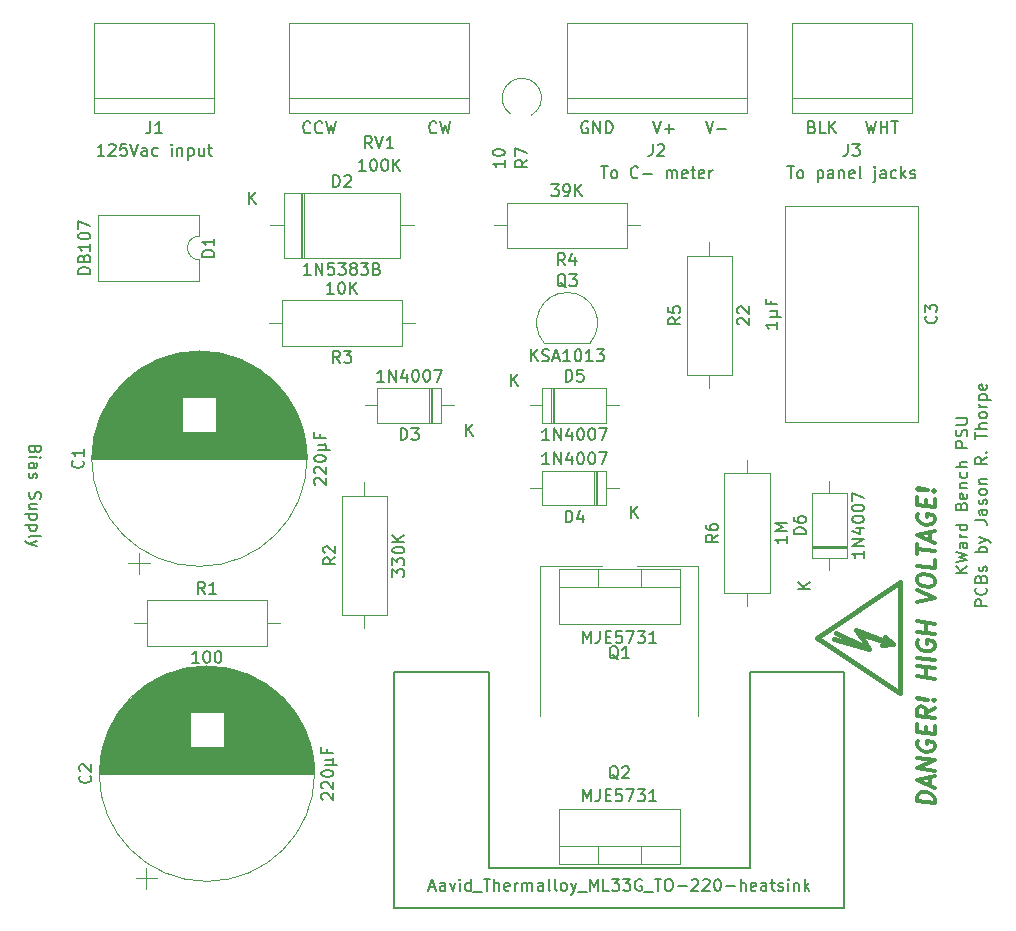
<source format=gbr>
%TF.GenerationSoftware,KiCad,Pcbnew,(5.1.12-1-10_14)*%
%TF.CreationDate,2022-01-02T08:07:55-08:00*%
%TF.ProjectId,bias-supply,62696173-2d73-4757-9070-6c792e6b6963,0.1*%
%TF.SameCoordinates,Original*%
%TF.FileFunction,Legend,Top*%
%TF.FilePolarity,Positive*%
%FSLAX46Y46*%
G04 Gerber Fmt 4.6, Leading zero omitted, Abs format (unit mm)*
G04 Created by KiCad (PCBNEW (5.1.12-1-10_14)) date 2022-01-02 08:07:55*
%MOMM*%
%LPD*%
G01*
G04 APERTURE LIST*
%ADD10C,0.150000*%
%ADD11C,0.350000*%
%ADD12C,0.120000*%
%ADD13C,0.381000*%
G04 APERTURE END LIST*
D10*
X155257619Y-68667380D02*
X155590952Y-69667380D01*
X155924285Y-68667380D01*
X156257619Y-69286428D02*
X157019523Y-69286428D01*
X168846666Y-68667380D02*
X169084761Y-69667380D01*
X169275238Y-68953095D01*
X169465714Y-69667380D01*
X169703809Y-68667380D01*
X170084761Y-69667380D02*
X170084761Y-68667380D01*
X170084761Y-69143571D02*
X170656190Y-69143571D01*
X170656190Y-69667380D02*
X170656190Y-68667380D01*
X170989523Y-68667380D02*
X171560952Y-68667380D01*
X171275238Y-69667380D02*
X171275238Y-68667380D01*
X164266666Y-69143571D02*
X164409523Y-69191190D01*
X164457142Y-69238809D01*
X164504761Y-69334047D01*
X164504761Y-69476904D01*
X164457142Y-69572142D01*
X164409523Y-69619761D01*
X164314285Y-69667380D01*
X163933333Y-69667380D01*
X163933333Y-68667380D01*
X164266666Y-68667380D01*
X164361904Y-68715000D01*
X164409523Y-68762619D01*
X164457142Y-68857857D01*
X164457142Y-68953095D01*
X164409523Y-69048333D01*
X164361904Y-69095952D01*
X164266666Y-69143571D01*
X163933333Y-69143571D01*
X165409523Y-69667380D02*
X164933333Y-69667380D01*
X164933333Y-68667380D01*
X165742857Y-69667380D02*
X165742857Y-68667380D01*
X166314285Y-69667380D02*
X165885714Y-69095952D01*
X166314285Y-68667380D02*
X165742857Y-69238809D01*
X150812619Y-68667380D02*
X151145952Y-69667380D01*
X151479285Y-68667380D01*
X151812619Y-69286428D02*
X152574523Y-69286428D01*
X152193571Y-69667380D02*
X152193571Y-68905476D01*
X145288095Y-68715000D02*
X145192857Y-68667380D01*
X145050000Y-68667380D01*
X144907142Y-68715000D01*
X144811904Y-68810238D01*
X144764285Y-68905476D01*
X144716666Y-69095952D01*
X144716666Y-69238809D01*
X144764285Y-69429285D01*
X144811904Y-69524523D01*
X144907142Y-69619761D01*
X145050000Y-69667380D01*
X145145238Y-69667380D01*
X145288095Y-69619761D01*
X145335714Y-69572142D01*
X145335714Y-69238809D01*
X145145238Y-69238809D01*
X145764285Y-69667380D02*
X145764285Y-68667380D01*
X146335714Y-69667380D01*
X146335714Y-68667380D01*
X146811904Y-69667380D02*
X146811904Y-68667380D01*
X147050000Y-68667380D01*
X147192857Y-68715000D01*
X147288095Y-68810238D01*
X147335714Y-68905476D01*
X147383333Y-69095952D01*
X147383333Y-69238809D01*
X147335714Y-69429285D01*
X147288095Y-69524523D01*
X147192857Y-69619761D01*
X147050000Y-69667380D01*
X146811904Y-69667380D01*
X132453095Y-69572142D02*
X132405476Y-69619761D01*
X132262619Y-69667380D01*
X132167380Y-69667380D01*
X132024523Y-69619761D01*
X131929285Y-69524523D01*
X131881666Y-69429285D01*
X131834047Y-69238809D01*
X131834047Y-69095952D01*
X131881666Y-68905476D01*
X131929285Y-68810238D01*
X132024523Y-68715000D01*
X132167380Y-68667380D01*
X132262619Y-68667380D01*
X132405476Y-68715000D01*
X132453095Y-68762619D01*
X132786428Y-68667380D02*
X133024523Y-69667380D01*
X133215000Y-68953095D01*
X133405476Y-69667380D01*
X133643571Y-68667380D01*
X121793095Y-69572142D02*
X121745476Y-69619761D01*
X121602619Y-69667380D01*
X121507380Y-69667380D01*
X121364523Y-69619761D01*
X121269285Y-69524523D01*
X121221666Y-69429285D01*
X121174047Y-69238809D01*
X121174047Y-69095952D01*
X121221666Y-68905476D01*
X121269285Y-68810238D01*
X121364523Y-68715000D01*
X121507380Y-68667380D01*
X121602619Y-68667380D01*
X121745476Y-68715000D01*
X121793095Y-68762619D01*
X122793095Y-69572142D02*
X122745476Y-69619761D01*
X122602619Y-69667380D01*
X122507380Y-69667380D01*
X122364523Y-69619761D01*
X122269285Y-69524523D01*
X122221666Y-69429285D01*
X122174047Y-69238809D01*
X122174047Y-69095952D01*
X122221666Y-68905476D01*
X122269285Y-68810238D01*
X122364523Y-68715000D01*
X122507380Y-68667380D01*
X122602619Y-68667380D01*
X122745476Y-68715000D01*
X122793095Y-68762619D01*
X123126428Y-68667380D02*
X123364523Y-69667380D01*
X123555000Y-68953095D01*
X123745476Y-69667380D01*
X123983571Y-68667380D01*
D11*
X174668571Y-126404419D02*
X173168571Y-126216919D01*
X173168571Y-125859776D01*
X173240000Y-125654419D01*
X173382857Y-125529419D01*
X173525714Y-125475848D01*
X173811428Y-125440133D01*
X174025714Y-125466919D01*
X174311428Y-125574062D01*
X174454285Y-125663348D01*
X174597142Y-125824062D01*
X174668571Y-126047276D01*
X174668571Y-126404419D01*
X174240000Y-124922276D02*
X174240000Y-124207991D01*
X174668571Y-125118705D02*
X173168571Y-124431205D01*
X174668571Y-124118705D01*
X174668571Y-123618705D02*
X173168571Y-123431205D01*
X174668571Y-122761562D01*
X173168571Y-122574062D01*
X173240000Y-121082991D02*
X173168571Y-121216919D01*
X173168571Y-121431205D01*
X173240000Y-121654419D01*
X173382857Y-121815133D01*
X173525714Y-121904419D01*
X173811428Y-122011562D01*
X174025714Y-122038348D01*
X174311428Y-122002633D01*
X174454285Y-121949062D01*
X174597142Y-121824062D01*
X174668571Y-121618705D01*
X174668571Y-121475848D01*
X174597142Y-121252633D01*
X174525714Y-121172276D01*
X174025714Y-121109776D01*
X174025714Y-121395491D01*
X173882857Y-120449062D02*
X173882857Y-119949062D01*
X174668571Y-119832991D02*
X174668571Y-120547276D01*
X173168571Y-120359776D01*
X173168571Y-119645491D01*
X174668571Y-118332991D02*
X173954285Y-118743705D01*
X174668571Y-119190133D02*
X173168571Y-119002633D01*
X173168571Y-118431205D01*
X173240000Y-118297276D01*
X173311428Y-118234776D01*
X173454285Y-118181205D01*
X173668571Y-118207991D01*
X173811428Y-118297276D01*
X173882857Y-118377633D01*
X173954285Y-118529419D01*
X173954285Y-119100848D01*
X174525714Y-117672276D02*
X174597142Y-117609776D01*
X174668571Y-117690133D01*
X174597142Y-117752633D01*
X174525714Y-117672276D01*
X174668571Y-117690133D01*
X174097142Y-117618705D02*
X173240000Y-117582991D01*
X173168571Y-117502633D01*
X173240000Y-117440133D01*
X174097142Y-117618705D01*
X173168571Y-117502633D01*
X174668571Y-115832991D02*
X173168571Y-115645491D01*
X173882857Y-115734776D02*
X173882857Y-114877633D01*
X174668571Y-114975848D02*
X173168571Y-114788348D01*
X174668571Y-114261562D02*
X173168571Y-114074062D01*
X173240000Y-112582991D02*
X173168571Y-112716919D01*
X173168571Y-112931205D01*
X173240000Y-113154419D01*
X173382857Y-113315133D01*
X173525714Y-113404419D01*
X173811428Y-113511562D01*
X174025714Y-113538348D01*
X174311428Y-113502633D01*
X174454285Y-113449062D01*
X174597142Y-113324062D01*
X174668571Y-113118705D01*
X174668571Y-112975848D01*
X174597142Y-112752633D01*
X174525714Y-112672276D01*
X174025714Y-112609776D01*
X174025714Y-112895491D01*
X174668571Y-112047276D02*
X173168571Y-111859776D01*
X173882857Y-111949062D02*
X173882857Y-111091919D01*
X174668571Y-111190133D02*
X173168571Y-111002633D01*
X173168571Y-109359776D02*
X174668571Y-109047276D01*
X173168571Y-108359776D01*
X173168571Y-107574062D02*
X173168571Y-107288348D01*
X173240000Y-107154419D01*
X173382857Y-107029419D01*
X173668571Y-106993705D01*
X174168571Y-107056205D01*
X174454285Y-107163348D01*
X174597142Y-107324062D01*
X174668571Y-107475848D01*
X174668571Y-107761562D01*
X174597142Y-107895491D01*
X174454285Y-108020491D01*
X174168571Y-108056205D01*
X173668571Y-107993705D01*
X173382857Y-107886562D01*
X173240000Y-107725848D01*
X173168571Y-107574062D01*
X174668571Y-105761562D02*
X174668571Y-106475848D01*
X173168571Y-106288348D01*
X173168571Y-105288348D02*
X173168571Y-104431205D01*
X174668571Y-105047276D02*
X173168571Y-104859776D01*
X174240000Y-104136562D02*
X174240000Y-103422276D01*
X174668571Y-104332991D02*
X173168571Y-103645491D01*
X174668571Y-103332991D01*
X173240000Y-101868705D02*
X173168571Y-102002633D01*
X173168571Y-102216919D01*
X173240000Y-102440133D01*
X173382857Y-102600848D01*
X173525714Y-102690133D01*
X173811428Y-102797276D01*
X174025714Y-102824062D01*
X174311428Y-102788348D01*
X174454285Y-102734776D01*
X174597142Y-102609776D01*
X174668571Y-102404419D01*
X174668571Y-102261562D01*
X174597142Y-102038348D01*
X174525714Y-101957991D01*
X174025714Y-101895491D01*
X174025714Y-102181205D01*
X173882857Y-101234776D02*
X173882857Y-100734776D01*
X174668571Y-100618705D02*
X174668571Y-101332991D01*
X173168571Y-101145491D01*
X173168571Y-100431205D01*
X174525714Y-99957991D02*
X174597142Y-99895491D01*
X174668571Y-99975848D01*
X174597142Y-100038348D01*
X174525714Y-99957991D01*
X174668571Y-99975848D01*
X174097142Y-99904419D02*
X173240000Y-99868705D01*
X173168571Y-99788348D01*
X173240000Y-99725848D01*
X174097142Y-99904419D01*
X173168571Y-99788348D01*
D10*
X98496428Y-96449047D02*
X98448809Y-96591904D01*
X98401190Y-96639523D01*
X98305952Y-96687142D01*
X98163095Y-96687142D01*
X98067857Y-96639523D01*
X98020238Y-96591904D01*
X97972619Y-96496666D01*
X97972619Y-96115714D01*
X98972619Y-96115714D01*
X98972619Y-96449047D01*
X98925000Y-96544285D01*
X98877380Y-96591904D01*
X98782142Y-96639523D01*
X98686904Y-96639523D01*
X98591666Y-96591904D01*
X98544047Y-96544285D01*
X98496428Y-96449047D01*
X98496428Y-96115714D01*
X97972619Y-97115714D02*
X98639285Y-97115714D01*
X98972619Y-97115714D02*
X98925000Y-97068095D01*
X98877380Y-97115714D01*
X98925000Y-97163333D01*
X98972619Y-97115714D01*
X98877380Y-97115714D01*
X97972619Y-98020476D02*
X98496428Y-98020476D01*
X98591666Y-97972857D01*
X98639285Y-97877619D01*
X98639285Y-97687142D01*
X98591666Y-97591904D01*
X98020238Y-98020476D02*
X97972619Y-97925238D01*
X97972619Y-97687142D01*
X98020238Y-97591904D01*
X98115476Y-97544285D01*
X98210714Y-97544285D01*
X98305952Y-97591904D01*
X98353571Y-97687142D01*
X98353571Y-97925238D01*
X98401190Y-98020476D01*
X98020238Y-98449047D02*
X97972619Y-98544285D01*
X97972619Y-98734761D01*
X98020238Y-98830000D01*
X98115476Y-98877619D01*
X98163095Y-98877619D01*
X98258333Y-98830000D01*
X98305952Y-98734761D01*
X98305952Y-98591904D01*
X98353571Y-98496666D01*
X98448809Y-98449047D01*
X98496428Y-98449047D01*
X98591666Y-98496666D01*
X98639285Y-98591904D01*
X98639285Y-98734761D01*
X98591666Y-98830000D01*
X98020238Y-100020476D02*
X97972619Y-100163333D01*
X97972619Y-100401428D01*
X98020238Y-100496666D01*
X98067857Y-100544285D01*
X98163095Y-100591904D01*
X98258333Y-100591904D01*
X98353571Y-100544285D01*
X98401190Y-100496666D01*
X98448809Y-100401428D01*
X98496428Y-100210952D01*
X98544047Y-100115714D01*
X98591666Y-100068095D01*
X98686904Y-100020476D01*
X98782142Y-100020476D01*
X98877380Y-100068095D01*
X98925000Y-100115714D01*
X98972619Y-100210952D01*
X98972619Y-100449047D01*
X98925000Y-100591904D01*
X98639285Y-101449047D02*
X97972619Y-101449047D01*
X98639285Y-101020476D02*
X98115476Y-101020476D01*
X98020238Y-101068095D01*
X97972619Y-101163333D01*
X97972619Y-101306190D01*
X98020238Y-101401428D01*
X98067857Y-101449047D01*
X98639285Y-101925238D02*
X97639285Y-101925238D01*
X98591666Y-101925238D02*
X98639285Y-102020476D01*
X98639285Y-102210952D01*
X98591666Y-102306190D01*
X98544047Y-102353809D01*
X98448809Y-102401428D01*
X98163095Y-102401428D01*
X98067857Y-102353809D01*
X98020238Y-102306190D01*
X97972619Y-102210952D01*
X97972619Y-102020476D01*
X98020238Y-101925238D01*
X98639285Y-102830000D02*
X97639285Y-102830000D01*
X98591666Y-102830000D02*
X98639285Y-102925238D01*
X98639285Y-103115714D01*
X98591666Y-103210952D01*
X98544047Y-103258571D01*
X98448809Y-103306190D01*
X98163095Y-103306190D01*
X98067857Y-103258571D01*
X98020238Y-103210952D01*
X97972619Y-103115714D01*
X97972619Y-102925238D01*
X98020238Y-102830000D01*
X97972619Y-103877619D02*
X98020238Y-103782380D01*
X98115476Y-103734761D01*
X98972619Y-103734761D01*
X98639285Y-104163333D02*
X97972619Y-104401428D01*
X98639285Y-104639523D02*
X97972619Y-104401428D01*
X97734523Y-104306190D01*
X97686904Y-104258571D01*
X97639285Y-104163333D01*
X177427380Y-106901428D02*
X176427380Y-106901428D01*
X177427380Y-106330000D02*
X176855952Y-106758571D01*
X176427380Y-106330000D02*
X176998809Y-106901428D01*
X176427380Y-105996666D02*
X177427380Y-105758571D01*
X176713095Y-105568095D01*
X177427380Y-105377619D01*
X176427380Y-105139523D01*
X177427380Y-104330000D02*
X176903571Y-104330000D01*
X176808333Y-104377619D01*
X176760714Y-104472857D01*
X176760714Y-104663333D01*
X176808333Y-104758571D01*
X177379761Y-104330000D02*
X177427380Y-104425238D01*
X177427380Y-104663333D01*
X177379761Y-104758571D01*
X177284523Y-104806190D01*
X177189285Y-104806190D01*
X177094047Y-104758571D01*
X177046428Y-104663333D01*
X177046428Y-104425238D01*
X176998809Y-104330000D01*
X177427380Y-103853809D02*
X176760714Y-103853809D01*
X176951190Y-103853809D02*
X176855952Y-103806190D01*
X176808333Y-103758571D01*
X176760714Y-103663333D01*
X176760714Y-103568095D01*
X177427380Y-102806190D02*
X176427380Y-102806190D01*
X177379761Y-102806190D02*
X177427380Y-102901428D01*
X177427380Y-103091904D01*
X177379761Y-103187142D01*
X177332142Y-103234761D01*
X177236904Y-103282380D01*
X176951190Y-103282380D01*
X176855952Y-103234761D01*
X176808333Y-103187142D01*
X176760714Y-103091904D01*
X176760714Y-102901428D01*
X176808333Y-102806190D01*
X176903571Y-101234761D02*
X176951190Y-101091904D01*
X176998809Y-101044285D01*
X177094047Y-100996666D01*
X177236904Y-100996666D01*
X177332142Y-101044285D01*
X177379761Y-101091904D01*
X177427380Y-101187142D01*
X177427380Y-101568095D01*
X176427380Y-101568095D01*
X176427380Y-101234761D01*
X176475000Y-101139523D01*
X176522619Y-101091904D01*
X176617857Y-101044285D01*
X176713095Y-101044285D01*
X176808333Y-101091904D01*
X176855952Y-101139523D01*
X176903571Y-101234761D01*
X176903571Y-101568095D01*
X177379761Y-100187142D02*
X177427380Y-100282380D01*
X177427380Y-100472857D01*
X177379761Y-100568095D01*
X177284523Y-100615714D01*
X176903571Y-100615714D01*
X176808333Y-100568095D01*
X176760714Y-100472857D01*
X176760714Y-100282380D01*
X176808333Y-100187142D01*
X176903571Y-100139523D01*
X176998809Y-100139523D01*
X177094047Y-100615714D01*
X176760714Y-99710952D02*
X177427380Y-99710952D01*
X176855952Y-99710952D02*
X176808333Y-99663333D01*
X176760714Y-99568095D01*
X176760714Y-99425238D01*
X176808333Y-99330000D01*
X176903571Y-99282380D01*
X177427380Y-99282380D01*
X177379761Y-98377619D02*
X177427380Y-98472857D01*
X177427380Y-98663333D01*
X177379761Y-98758571D01*
X177332142Y-98806190D01*
X177236904Y-98853809D01*
X176951190Y-98853809D01*
X176855952Y-98806190D01*
X176808333Y-98758571D01*
X176760714Y-98663333D01*
X176760714Y-98472857D01*
X176808333Y-98377619D01*
X177427380Y-97949047D02*
X176427380Y-97949047D01*
X177427380Y-97520476D02*
X176903571Y-97520476D01*
X176808333Y-97568095D01*
X176760714Y-97663333D01*
X176760714Y-97806190D01*
X176808333Y-97901428D01*
X176855952Y-97949047D01*
X177427380Y-96282380D02*
X176427380Y-96282380D01*
X176427380Y-95901428D01*
X176475000Y-95806190D01*
X176522619Y-95758571D01*
X176617857Y-95710952D01*
X176760714Y-95710952D01*
X176855952Y-95758571D01*
X176903571Y-95806190D01*
X176951190Y-95901428D01*
X176951190Y-96282380D01*
X177379761Y-95330000D02*
X177427380Y-95187142D01*
X177427380Y-94949047D01*
X177379761Y-94853809D01*
X177332142Y-94806190D01*
X177236904Y-94758571D01*
X177141666Y-94758571D01*
X177046428Y-94806190D01*
X176998809Y-94853809D01*
X176951190Y-94949047D01*
X176903571Y-95139523D01*
X176855952Y-95234761D01*
X176808333Y-95282380D01*
X176713095Y-95330000D01*
X176617857Y-95330000D01*
X176522619Y-95282380D01*
X176475000Y-95234761D01*
X176427380Y-95139523D01*
X176427380Y-94901428D01*
X176475000Y-94758571D01*
X176427380Y-94330000D02*
X177236904Y-94330000D01*
X177332142Y-94282380D01*
X177379761Y-94234761D01*
X177427380Y-94139523D01*
X177427380Y-93949047D01*
X177379761Y-93853809D01*
X177332142Y-93806190D01*
X177236904Y-93758571D01*
X176427380Y-93758571D01*
X179077380Y-109710952D02*
X178077380Y-109710952D01*
X178077380Y-109330000D01*
X178125000Y-109234761D01*
X178172619Y-109187142D01*
X178267857Y-109139523D01*
X178410714Y-109139523D01*
X178505952Y-109187142D01*
X178553571Y-109234761D01*
X178601190Y-109330000D01*
X178601190Y-109710952D01*
X178982142Y-108139523D02*
X179029761Y-108187142D01*
X179077380Y-108330000D01*
X179077380Y-108425238D01*
X179029761Y-108568095D01*
X178934523Y-108663333D01*
X178839285Y-108710952D01*
X178648809Y-108758571D01*
X178505952Y-108758571D01*
X178315476Y-108710952D01*
X178220238Y-108663333D01*
X178125000Y-108568095D01*
X178077380Y-108425238D01*
X178077380Y-108330000D01*
X178125000Y-108187142D01*
X178172619Y-108139523D01*
X178553571Y-107377619D02*
X178601190Y-107234761D01*
X178648809Y-107187142D01*
X178744047Y-107139523D01*
X178886904Y-107139523D01*
X178982142Y-107187142D01*
X179029761Y-107234761D01*
X179077380Y-107330000D01*
X179077380Y-107710952D01*
X178077380Y-107710952D01*
X178077380Y-107377619D01*
X178125000Y-107282380D01*
X178172619Y-107234761D01*
X178267857Y-107187142D01*
X178363095Y-107187142D01*
X178458333Y-107234761D01*
X178505952Y-107282380D01*
X178553571Y-107377619D01*
X178553571Y-107710952D01*
X179029761Y-106758571D02*
X179077380Y-106663333D01*
X179077380Y-106472857D01*
X179029761Y-106377619D01*
X178934523Y-106330000D01*
X178886904Y-106330000D01*
X178791666Y-106377619D01*
X178744047Y-106472857D01*
X178744047Y-106615714D01*
X178696428Y-106710952D01*
X178601190Y-106758571D01*
X178553571Y-106758571D01*
X178458333Y-106710952D01*
X178410714Y-106615714D01*
X178410714Y-106472857D01*
X178458333Y-106377619D01*
X179077380Y-105139523D02*
X178077380Y-105139523D01*
X178458333Y-105139523D02*
X178410714Y-105044285D01*
X178410714Y-104853809D01*
X178458333Y-104758571D01*
X178505952Y-104710952D01*
X178601190Y-104663333D01*
X178886904Y-104663333D01*
X178982142Y-104710952D01*
X179029761Y-104758571D01*
X179077380Y-104853809D01*
X179077380Y-105044285D01*
X179029761Y-105139523D01*
X178410714Y-104330000D02*
X179077380Y-104091904D01*
X178410714Y-103853809D02*
X179077380Y-104091904D01*
X179315476Y-104187142D01*
X179363095Y-104234761D01*
X179410714Y-104330000D01*
X178077380Y-102425238D02*
X178791666Y-102425238D01*
X178934523Y-102472857D01*
X179029761Y-102568095D01*
X179077380Y-102710952D01*
X179077380Y-102806190D01*
X179077380Y-101520476D02*
X178553571Y-101520476D01*
X178458333Y-101568095D01*
X178410714Y-101663333D01*
X178410714Y-101853809D01*
X178458333Y-101949047D01*
X179029761Y-101520476D02*
X179077380Y-101615714D01*
X179077380Y-101853809D01*
X179029761Y-101949047D01*
X178934523Y-101996666D01*
X178839285Y-101996666D01*
X178744047Y-101949047D01*
X178696428Y-101853809D01*
X178696428Y-101615714D01*
X178648809Y-101520476D01*
X179029761Y-101091904D02*
X179077380Y-100996666D01*
X179077380Y-100806190D01*
X179029761Y-100710952D01*
X178934523Y-100663333D01*
X178886904Y-100663333D01*
X178791666Y-100710952D01*
X178744047Y-100806190D01*
X178744047Y-100949047D01*
X178696428Y-101044285D01*
X178601190Y-101091904D01*
X178553571Y-101091904D01*
X178458333Y-101044285D01*
X178410714Y-100949047D01*
X178410714Y-100806190D01*
X178458333Y-100710952D01*
X179077380Y-100091904D02*
X179029761Y-100187142D01*
X178982142Y-100234761D01*
X178886904Y-100282380D01*
X178601190Y-100282380D01*
X178505952Y-100234761D01*
X178458333Y-100187142D01*
X178410714Y-100091904D01*
X178410714Y-99949047D01*
X178458333Y-99853809D01*
X178505952Y-99806190D01*
X178601190Y-99758571D01*
X178886904Y-99758571D01*
X178982142Y-99806190D01*
X179029761Y-99853809D01*
X179077380Y-99949047D01*
X179077380Y-100091904D01*
X178410714Y-99330000D02*
X179077380Y-99330000D01*
X178505952Y-99330000D02*
X178458333Y-99282380D01*
X178410714Y-99187142D01*
X178410714Y-99044285D01*
X178458333Y-98949047D01*
X178553571Y-98901428D01*
X179077380Y-98901428D01*
X179077380Y-97091904D02*
X178601190Y-97425238D01*
X179077380Y-97663333D02*
X178077380Y-97663333D01*
X178077380Y-97282380D01*
X178125000Y-97187142D01*
X178172619Y-97139523D01*
X178267857Y-97091904D01*
X178410714Y-97091904D01*
X178505952Y-97139523D01*
X178553571Y-97187142D01*
X178601190Y-97282380D01*
X178601190Y-97663333D01*
X178982142Y-96663333D02*
X179029761Y-96615714D01*
X179077380Y-96663333D01*
X179029761Y-96710952D01*
X178982142Y-96663333D01*
X179077380Y-96663333D01*
X178077380Y-95568095D02*
X178077380Y-94996666D01*
X179077380Y-95282380D02*
X178077380Y-95282380D01*
X179077380Y-94663333D02*
X178077380Y-94663333D01*
X179077380Y-94234761D02*
X178553571Y-94234761D01*
X178458333Y-94282380D01*
X178410714Y-94377619D01*
X178410714Y-94520476D01*
X178458333Y-94615714D01*
X178505952Y-94663333D01*
X179077380Y-93615714D02*
X179029761Y-93710952D01*
X178982142Y-93758571D01*
X178886904Y-93806190D01*
X178601190Y-93806190D01*
X178505952Y-93758571D01*
X178458333Y-93710952D01*
X178410714Y-93615714D01*
X178410714Y-93472857D01*
X178458333Y-93377619D01*
X178505952Y-93330000D01*
X178601190Y-93282380D01*
X178886904Y-93282380D01*
X178982142Y-93330000D01*
X179029761Y-93377619D01*
X179077380Y-93472857D01*
X179077380Y-93615714D01*
X179077380Y-92853809D02*
X178410714Y-92853809D01*
X178601190Y-92853809D02*
X178505952Y-92806190D01*
X178458333Y-92758571D01*
X178410714Y-92663333D01*
X178410714Y-92568095D01*
X178410714Y-92234761D02*
X179410714Y-92234761D01*
X178458333Y-92234761D02*
X178410714Y-92139523D01*
X178410714Y-91949047D01*
X178458333Y-91853809D01*
X178505952Y-91806190D01*
X178601190Y-91758571D01*
X178886904Y-91758571D01*
X178982142Y-91806190D01*
X179029761Y-91853809D01*
X179077380Y-91949047D01*
X179077380Y-92139523D01*
X179029761Y-92234761D01*
X179029761Y-90949047D02*
X179077380Y-91044285D01*
X179077380Y-91234761D01*
X179029761Y-91330000D01*
X178934523Y-91377619D01*
X178553571Y-91377619D01*
X178458333Y-91330000D01*
X178410714Y-91234761D01*
X178410714Y-91044285D01*
X178458333Y-90949047D01*
X178553571Y-90901428D01*
X178648809Y-90901428D01*
X178744047Y-91377619D01*
D12*
%TO.C,R7*%
X138728620Y-68019775D02*
G75*
G02*
X140500000Y-68128272I971380J1344775D01*
G01*
%TO.C,REF\u002A\u002A*%
X149455000Y-106270000D02*
X154655000Y-106270000D01*
X146455000Y-106270000D02*
X141255000Y-106270000D01*
X141255000Y-106270000D02*
X141255000Y-118970000D01*
X154655000Y-106270000D02*
X154655000Y-118970000D01*
D10*
%TO.C,\u002A\u002AREF*%
X159005000Y-131855000D02*
X136905000Y-131855000D01*
X159005000Y-115255000D02*
X159005000Y-131855000D01*
X159005000Y-115255000D02*
X167005000Y-115255000D01*
X167005000Y-135255000D02*
X167005000Y-115255000D01*
X128905000Y-115255000D02*
X136905000Y-115255000D01*
X136905000Y-115255000D02*
X136905000Y-131855000D01*
X128905000Y-135255000D02*
X128905000Y-115255000D01*
X167005000Y-135255000D02*
X128905000Y-135255000D01*
D13*
%TO.C,REF\u002A\u002A*%
X171704000Y-117094000D02*
X164719000Y-112395000D01*
X171704000Y-107696000D02*
X171704000Y-117094000D01*
X164719000Y-112395000D02*
X171704000Y-107696000D01*
X171109640Y-112892840D02*
X170210480Y-112994440D01*
X168310560Y-112095280D02*
X171109640Y-112892840D01*
X169110660Y-113294160D02*
X168310560Y-112095280D01*
X166110920Y-112494060D02*
X169110660Y-113294160D01*
X171109640Y-112892840D02*
X170411140Y-112293400D01*
X169110660Y-113294160D02*
X166309040Y-111993680D01*
X168010840Y-111693960D02*
X168409620Y-112293400D01*
X171109640Y-112892840D02*
X168010840Y-111693960D01*
D12*
%TO.C,C1*%
X121515000Y-97215000D02*
G75*
G03*
X121515000Y-97215000I-9120000J0D01*
G01*
X103314000Y-97215000D02*
X121476000Y-97215000D01*
X103315000Y-97175000D02*
X121475000Y-97175000D01*
X103315000Y-97135000D02*
X121475000Y-97135000D01*
X103315000Y-97095000D02*
X121475000Y-97095000D01*
X103316000Y-97055000D02*
X121474000Y-97055000D01*
X103317000Y-97015000D02*
X121473000Y-97015000D01*
X103318000Y-96975000D02*
X121472000Y-96975000D01*
X103319000Y-96935000D02*
X121471000Y-96935000D01*
X103320000Y-96895000D02*
X121470000Y-96895000D01*
X103322000Y-96855000D02*
X121468000Y-96855000D01*
X103323000Y-96815000D02*
X121467000Y-96815000D01*
X103325000Y-96775000D02*
X121465000Y-96775000D01*
X103327000Y-96735000D02*
X121463000Y-96735000D01*
X103329000Y-96695000D02*
X121461000Y-96695000D01*
X103332000Y-96655000D02*
X121458000Y-96655000D01*
X103334000Y-96615000D02*
X121456000Y-96615000D01*
X103337000Y-96575000D02*
X121453000Y-96575000D01*
X103340000Y-96535000D02*
X121450000Y-96535000D01*
X103343000Y-96494000D02*
X121447000Y-96494000D01*
X103346000Y-96454000D02*
X121444000Y-96454000D01*
X103350000Y-96414000D02*
X121440000Y-96414000D01*
X103353000Y-96374000D02*
X121437000Y-96374000D01*
X103357000Y-96334000D02*
X121433000Y-96334000D01*
X103361000Y-96294000D02*
X121429000Y-96294000D01*
X103365000Y-96254000D02*
X121425000Y-96254000D01*
X103369000Y-96214000D02*
X121421000Y-96214000D01*
X103374000Y-96174000D02*
X121416000Y-96174000D01*
X103379000Y-96134000D02*
X121411000Y-96134000D01*
X103384000Y-96094000D02*
X121406000Y-96094000D01*
X103389000Y-96054000D02*
X121401000Y-96054000D01*
X103394000Y-96014000D02*
X121396000Y-96014000D01*
X103399000Y-95974000D02*
X121391000Y-95974000D01*
X103405000Y-95934000D02*
X121385000Y-95934000D01*
X103411000Y-95894000D02*
X121379000Y-95894000D01*
X103416000Y-95854000D02*
X121374000Y-95854000D01*
X103423000Y-95814000D02*
X121367000Y-95814000D01*
X103429000Y-95774000D02*
X121361000Y-95774000D01*
X103435000Y-95734000D02*
X121355000Y-95734000D01*
X103442000Y-95694000D02*
X121348000Y-95694000D01*
X103449000Y-95654000D02*
X121341000Y-95654000D01*
X103456000Y-95614000D02*
X121334000Y-95614000D01*
X103463000Y-95574000D02*
X121327000Y-95574000D01*
X103471000Y-95534000D02*
X121319000Y-95534000D01*
X103478000Y-95494000D02*
X121312000Y-95494000D01*
X103486000Y-95454000D02*
X121304000Y-95454000D01*
X103494000Y-95414000D02*
X121296000Y-95414000D01*
X103502000Y-95374000D02*
X121288000Y-95374000D01*
X103510000Y-95334000D02*
X121280000Y-95334000D01*
X103519000Y-95294000D02*
X121271000Y-95294000D01*
X103528000Y-95254000D02*
X121262000Y-95254000D01*
X103537000Y-95214000D02*
X121253000Y-95214000D01*
X103546000Y-95174000D02*
X121244000Y-95174000D01*
X103555000Y-95134000D02*
X121235000Y-95134000D01*
X103564000Y-95094000D02*
X121226000Y-95094000D01*
X103574000Y-95054000D02*
X121216000Y-95054000D01*
X103584000Y-95014000D02*
X121206000Y-95014000D01*
X103594000Y-94974000D02*
X121196000Y-94974000D01*
X103604000Y-94934000D02*
X121186000Y-94934000D01*
X103615000Y-94894000D02*
X110955000Y-94894000D01*
X113835000Y-94894000D02*
X121175000Y-94894000D01*
X103625000Y-94854000D02*
X110955000Y-94854000D01*
X113835000Y-94854000D02*
X121165000Y-94854000D01*
X103636000Y-94814000D02*
X110955000Y-94814000D01*
X113835000Y-94814000D02*
X121154000Y-94814000D01*
X103647000Y-94774000D02*
X110955000Y-94774000D01*
X113835000Y-94774000D02*
X121143000Y-94774000D01*
X103658000Y-94734000D02*
X110955000Y-94734000D01*
X113835000Y-94734000D02*
X121132000Y-94734000D01*
X103670000Y-94694000D02*
X110955000Y-94694000D01*
X113835000Y-94694000D02*
X121120000Y-94694000D01*
X103681000Y-94654000D02*
X110955000Y-94654000D01*
X113835000Y-94654000D02*
X121109000Y-94654000D01*
X103693000Y-94614000D02*
X110955000Y-94614000D01*
X113835000Y-94614000D02*
X121097000Y-94614000D01*
X103705000Y-94574000D02*
X110955000Y-94574000D01*
X113835000Y-94574000D02*
X121085000Y-94574000D01*
X103717000Y-94534000D02*
X110955000Y-94534000D01*
X113835000Y-94534000D02*
X121073000Y-94534000D01*
X103730000Y-94494000D02*
X110955000Y-94494000D01*
X113835000Y-94494000D02*
X121060000Y-94494000D01*
X103742000Y-94454000D02*
X110955000Y-94454000D01*
X113835000Y-94454000D02*
X121048000Y-94454000D01*
X103755000Y-94414000D02*
X110955000Y-94414000D01*
X113835000Y-94414000D02*
X121035000Y-94414000D01*
X103768000Y-94374000D02*
X110955000Y-94374000D01*
X113835000Y-94374000D02*
X121022000Y-94374000D01*
X103781000Y-94334000D02*
X110955000Y-94334000D01*
X113835000Y-94334000D02*
X121009000Y-94334000D01*
X103795000Y-94294000D02*
X110955000Y-94294000D01*
X113835000Y-94294000D02*
X120995000Y-94294000D01*
X103808000Y-94254000D02*
X110955000Y-94254000D01*
X113835000Y-94254000D02*
X120982000Y-94254000D01*
X103822000Y-94214000D02*
X110955000Y-94214000D01*
X113835000Y-94214000D02*
X120968000Y-94214000D01*
X103836000Y-94174000D02*
X110955000Y-94174000D01*
X113835000Y-94174000D02*
X120954000Y-94174000D01*
X103850000Y-94134000D02*
X110955000Y-94134000D01*
X113835000Y-94134000D02*
X120940000Y-94134000D01*
X103865000Y-94094000D02*
X110955000Y-94094000D01*
X113835000Y-94094000D02*
X120925000Y-94094000D01*
X103879000Y-94054000D02*
X110955000Y-94054000D01*
X113835000Y-94054000D02*
X120911000Y-94054000D01*
X103894000Y-94014000D02*
X110955000Y-94014000D01*
X113835000Y-94014000D02*
X120896000Y-94014000D01*
X103909000Y-93974000D02*
X110955000Y-93974000D01*
X113835000Y-93974000D02*
X120881000Y-93974000D01*
X103925000Y-93934000D02*
X110955000Y-93934000D01*
X113835000Y-93934000D02*
X120865000Y-93934000D01*
X103940000Y-93894000D02*
X110955000Y-93894000D01*
X113835000Y-93894000D02*
X120850000Y-93894000D01*
X103956000Y-93854000D02*
X110955000Y-93854000D01*
X113835000Y-93854000D02*
X120834000Y-93854000D01*
X103972000Y-93814000D02*
X110955000Y-93814000D01*
X113835000Y-93814000D02*
X120818000Y-93814000D01*
X103988000Y-93774000D02*
X110955000Y-93774000D01*
X113835000Y-93774000D02*
X120802000Y-93774000D01*
X104005000Y-93734000D02*
X110955000Y-93734000D01*
X113835000Y-93734000D02*
X120785000Y-93734000D01*
X104021000Y-93694000D02*
X110955000Y-93694000D01*
X113835000Y-93694000D02*
X120769000Y-93694000D01*
X104038000Y-93654000D02*
X110955000Y-93654000D01*
X113835000Y-93654000D02*
X120752000Y-93654000D01*
X104055000Y-93614000D02*
X110955000Y-93614000D01*
X113835000Y-93614000D02*
X120735000Y-93614000D01*
X104072000Y-93574000D02*
X110955000Y-93574000D01*
X113835000Y-93574000D02*
X120718000Y-93574000D01*
X104090000Y-93534000D02*
X110955000Y-93534000D01*
X113835000Y-93534000D02*
X120700000Y-93534000D01*
X104108000Y-93494000D02*
X110955000Y-93494000D01*
X113835000Y-93494000D02*
X120682000Y-93494000D01*
X104126000Y-93454000D02*
X110955000Y-93454000D01*
X113835000Y-93454000D02*
X120664000Y-93454000D01*
X104144000Y-93414000D02*
X110955000Y-93414000D01*
X113835000Y-93414000D02*
X120646000Y-93414000D01*
X104162000Y-93374000D02*
X110955000Y-93374000D01*
X113835000Y-93374000D02*
X120628000Y-93374000D01*
X104181000Y-93334000D02*
X110955000Y-93334000D01*
X113835000Y-93334000D02*
X120609000Y-93334000D01*
X104200000Y-93294000D02*
X110955000Y-93294000D01*
X113835000Y-93294000D02*
X120590000Y-93294000D01*
X104219000Y-93254000D02*
X110955000Y-93254000D01*
X113835000Y-93254000D02*
X120571000Y-93254000D01*
X104239000Y-93214000D02*
X110955000Y-93214000D01*
X113835000Y-93214000D02*
X120551000Y-93214000D01*
X104258000Y-93174000D02*
X110955000Y-93174000D01*
X113835000Y-93174000D02*
X120532000Y-93174000D01*
X104278000Y-93134000D02*
X110955000Y-93134000D01*
X113835000Y-93134000D02*
X120512000Y-93134000D01*
X104298000Y-93094000D02*
X110955000Y-93094000D01*
X113835000Y-93094000D02*
X120492000Y-93094000D01*
X104319000Y-93054000D02*
X110955000Y-93054000D01*
X113835000Y-93054000D02*
X120471000Y-93054000D01*
X104339000Y-93014000D02*
X110955000Y-93014000D01*
X113835000Y-93014000D02*
X120451000Y-93014000D01*
X104360000Y-92974000D02*
X110955000Y-92974000D01*
X113835000Y-92974000D02*
X120430000Y-92974000D01*
X104381000Y-92934000D02*
X110955000Y-92934000D01*
X113835000Y-92934000D02*
X120409000Y-92934000D01*
X104403000Y-92894000D02*
X110955000Y-92894000D01*
X113835000Y-92894000D02*
X120387000Y-92894000D01*
X104424000Y-92854000D02*
X110955000Y-92854000D01*
X113835000Y-92854000D02*
X120366000Y-92854000D01*
X104446000Y-92814000D02*
X110955000Y-92814000D01*
X113835000Y-92814000D02*
X120344000Y-92814000D01*
X104468000Y-92774000D02*
X110955000Y-92774000D01*
X113835000Y-92774000D02*
X120322000Y-92774000D01*
X104491000Y-92734000D02*
X110955000Y-92734000D01*
X113835000Y-92734000D02*
X120299000Y-92734000D01*
X104513000Y-92694000D02*
X110955000Y-92694000D01*
X113835000Y-92694000D02*
X120277000Y-92694000D01*
X104536000Y-92654000D02*
X110955000Y-92654000D01*
X113835000Y-92654000D02*
X120254000Y-92654000D01*
X104560000Y-92614000D02*
X110955000Y-92614000D01*
X113835000Y-92614000D02*
X120230000Y-92614000D01*
X104583000Y-92574000D02*
X110955000Y-92574000D01*
X113835000Y-92574000D02*
X120207000Y-92574000D01*
X104607000Y-92534000D02*
X110955000Y-92534000D01*
X113835000Y-92534000D02*
X120183000Y-92534000D01*
X104631000Y-92494000D02*
X110955000Y-92494000D01*
X113835000Y-92494000D02*
X120159000Y-92494000D01*
X104655000Y-92454000D02*
X110955000Y-92454000D01*
X113835000Y-92454000D02*
X120135000Y-92454000D01*
X104680000Y-92414000D02*
X110955000Y-92414000D01*
X113835000Y-92414000D02*
X120110000Y-92414000D01*
X104705000Y-92374000D02*
X110955000Y-92374000D01*
X113835000Y-92374000D02*
X120085000Y-92374000D01*
X104730000Y-92334000D02*
X110955000Y-92334000D01*
X113835000Y-92334000D02*
X120060000Y-92334000D01*
X104755000Y-92294000D02*
X110955000Y-92294000D01*
X113835000Y-92294000D02*
X120035000Y-92294000D01*
X104781000Y-92254000D02*
X110955000Y-92254000D01*
X113835000Y-92254000D02*
X120009000Y-92254000D01*
X104807000Y-92214000D02*
X110955000Y-92214000D01*
X113835000Y-92214000D02*
X119983000Y-92214000D01*
X104834000Y-92174000D02*
X110955000Y-92174000D01*
X113835000Y-92174000D02*
X119956000Y-92174000D01*
X104860000Y-92134000D02*
X110955000Y-92134000D01*
X113835000Y-92134000D02*
X119930000Y-92134000D01*
X104887000Y-92094000D02*
X110955000Y-92094000D01*
X113835000Y-92094000D02*
X119903000Y-92094000D01*
X104915000Y-92054000D02*
X110955000Y-92054000D01*
X113835000Y-92054000D02*
X119875000Y-92054000D01*
X104942000Y-92014000D02*
X119848000Y-92014000D01*
X104970000Y-91974000D02*
X119820000Y-91974000D01*
X104998000Y-91934000D02*
X119792000Y-91934000D01*
X105027000Y-91894000D02*
X119763000Y-91894000D01*
X105056000Y-91854000D02*
X119734000Y-91854000D01*
X105085000Y-91814000D02*
X119705000Y-91814000D01*
X105115000Y-91774000D02*
X119675000Y-91774000D01*
X105145000Y-91734000D02*
X119645000Y-91734000D01*
X105175000Y-91694000D02*
X119615000Y-91694000D01*
X105205000Y-91654000D02*
X119585000Y-91654000D01*
X105236000Y-91614000D02*
X119554000Y-91614000D01*
X105268000Y-91574000D02*
X119522000Y-91574000D01*
X105299000Y-91534000D02*
X119491000Y-91534000D01*
X105331000Y-91494000D02*
X119459000Y-91494000D01*
X105364000Y-91454000D02*
X119426000Y-91454000D01*
X105396000Y-91414000D02*
X119394000Y-91414000D01*
X105430000Y-91374000D02*
X119360000Y-91374000D01*
X105463000Y-91334000D02*
X119327000Y-91334000D01*
X105497000Y-91294000D02*
X119293000Y-91294000D01*
X105531000Y-91254000D02*
X119259000Y-91254000D01*
X105566000Y-91214000D02*
X119224000Y-91214000D01*
X105601000Y-91174000D02*
X119189000Y-91174000D01*
X105637000Y-91134000D02*
X119153000Y-91134000D01*
X105673000Y-91094000D02*
X119117000Y-91094000D01*
X105709000Y-91054000D02*
X119081000Y-91054000D01*
X105746000Y-91014000D02*
X119044000Y-91014000D01*
X105783000Y-90974000D02*
X119007000Y-90974000D01*
X105821000Y-90934000D02*
X118969000Y-90934000D01*
X105859000Y-90894000D02*
X118931000Y-90894000D01*
X105898000Y-90854000D02*
X118892000Y-90854000D01*
X105937000Y-90814000D02*
X118853000Y-90814000D01*
X105977000Y-90774000D02*
X118813000Y-90774000D01*
X106017000Y-90734000D02*
X118773000Y-90734000D01*
X106058000Y-90694000D02*
X118732000Y-90694000D01*
X106099000Y-90654000D02*
X118691000Y-90654000D01*
X106141000Y-90614000D02*
X118649000Y-90614000D01*
X106183000Y-90574000D02*
X118607000Y-90574000D01*
X106225000Y-90534000D02*
X118565000Y-90534000D01*
X106269000Y-90494000D02*
X118521000Y-90494000D01*
X106313000Y-90454000D02*
X118477000Y-90454000D01*
X106357000Y-90414000D02*
X118433000Y-90414000D01*
X106402000Y-90374000D02*
X118388000Y-90374000D01*
X106448000Y-90334000D02*
X118342000Y-90334000D01*
X106494000Y-90294000D02*
X118296000Y-90294000D01*
X106541000Y-90254000D02*
X118249000Y-90254000D01*
X106589000Y-90214000D02*
X118201000Y-90214000D01*
X106637000Y-90174000D02*
X118153000Y-90174000D01*
X106686000Y-90134000D02*
X118104000Y-90134000D01*
X106735000Y-90094000D02*
X118055000Y-90094000D01*
X106786000Y-90054000D02*
X118004000Y-90054000D01*
X106837000Y-90014000D02*
X117953000Y-90014000D01*
X106889000Y-89974000D02*
X117901000Y-89974000D01*
X106941000Y-89934000D02*
X117849000Y-89934000D01*
X106995000Y-89894000D02*
X117795000Y-89894000D01*
X107049000Y-89854000D02*
X117741000Y-89854000D01*
X107104000Y-89814000D02*
X117686000Y-89814000D01*
X107160000Y-89774000D02*
X117630000Y-89774000D01*
X107217000Y-89734000D02*
X117573000Y-89734000D01*
X107275000Y-89694000D02*
X117515000Y-89694000D01*
X107333000Y-89654000D02*
X117457000Y-89654000D01*
X107393000Y-89614000D02*
X117397000Y-89614000D01*
X107454000Y-89574000D02*
X117336000Y-89574000D01*
X107516000Y-89534000D02*
X117274000Y-89534000D01*
X107579000Y-89494000D02*
X117211000Y-89494000D01*
X107643000Y-89454000D02*
X117147000Y-89454000D01*
X107709000Y-89414000D02*
X117081000Y-89414000D01*
X107775000Y-89374000D02*
X117015000Y-89374000D01*
X107843000Y-89334000D02*
X116947000Y-89334000D01*
X107913000Y-89294000D02*
X116877000Y-89294000D01*
X107983000Y-89254000D02*
X116807000Y-89254000D01*
X108056000Y-89214000D02*
X116734000Y-89214000D01*
X108130000Y-89174000D02*
X116660000Y-89174000D01*
X108205000Y-89134000D02*
X116585000Y-89134000D01*
X108282000Y-89094000D02*
X116508000Y-89094000D01*
X108362000Y-89054000D02*
X116428000Y-89054000D01*
X108443000Y-89015000D02*
X116347000Y-89015000D01*
X108526000Y-88975000D02*
X116264000Y-88975000D01*
X108611000Y-88935000D02*
X116179000Y-88935000D01*
X108699000Y-88895000D02*
X116091000Y-88895000D01*
X108790000Y-88855000D02*
X116000000Y-88855000D01*
X108883000Y-88815000D02*
X115907000Y-88815000D01*
X108979000Y-88775000D02*
X115811000Y-88775000D01*
X109078000Y-88735000D02*
X115712000Y-88735000D01*
X109181000Y-88695000D02*
X115609000Y-88695000D01*
X109288000Y-88655000D02*
X115502000Y-88655000D01*
X109399000Y-88615000D02*
X115391000Y-88615000D01*
X109515000Y-88575000D02*
X115275000Y-88575000D01*
X109636000Y-88535000D02*
X115154000Y-88535000D01*
X109763000Y-88495000D02*
X115027000Y-88495000D01*
X109897000Y-88455000D02*
X114893000Y-88455000D01*
X110040000Y-88415000D02*
X114750000Y-88415000D01*
X110192000Y-88375000D02*
X114598000Y-88375000D01*
X110356000Y-88335000D02*
X114434000Y-88335000D01*
X110535000Y-88295000D02*
X114255000Y-88295000D01*
X110734000Y-88255000D02*
X114056000Y-88255000D01*
X110960000Y-88215000D02*
X113830000Y-88215000D01*
X111229000Y-88175000D02*
X113561000Y-88175000D01*
X111581000Y-88135000D02*
X113209000Y-88135000D01*
X112355000Y-88095000D02*
X112435000Y-88095000D01*
X107280000Y-106974440D02*
X107280000Y-105174440D01*
X106380000Y-106074440D02*
X108180000Y-106074440D01*
%TO.C,C2*%
X107015000Y-132744440D02*
X108815000Y-132744440D01*
X107915000Y-133644440D02*
X107915000Y-131844440D01*
X112990000Y-114765000D02*
X113070000Y-114765000D01*
X112216000Y-114805000D02*
X113844000Y-114805000D01*
X111864000Y-114845000D02*
X114196000Y-114845000D01*
X111595000Y-114885000D02*
X114465000Y-114885000D01*
X111369000Y-114925000D02*
X114691000Y-114925000D01*
X111170000Y-114965000D02*
X114890000Y-114965000D01*
X110991000Y-115005000D02*
X115069000Y-115005000D01*
X110827000Y-115045000D02*
X115233000Y-115045000D01*
X110675000Y-115085000D02*
X115385000Y-115085000D01*
X110532000Y-115125000D02*
X115528000Y-115125000D01*
X110398000Y-115165000D02*
X115662000Y-115165000D01*
X110271000Y-115205000D02*
X115789000Y-115205000D01*
X110150000Y-115245000D02*
X115910000Y-115245000D01*
X110034000Y-115285000D02*
X116026000Y-115285000D01*
X109923000Y-115325000D02*
X116137000Y-115325000D01*
X109816000Y-115365000D02*
X116244000Y-115365000D01*
X109713000Y-115405000D02*
X116347000Y-115405000D01*
X109614000Y-115445000D02*
X116446000Y-115445000D01*
X109518000Y-115485000D02*
X116542000Y-115485000D01*
X109425000Y-115525000D02*
X116635000Y-115525000D01*
X109334000Y-115565000D02*
X116726000Y-115565000D01*
X109246000Y-115605000D02*
X116814000Y-115605000D01*
X109161000Y-115645000D02*
X116899000Y-115645000D01*
X109078000Y-115685000D02*
X116982000Y-115685000D01*
X108997000Y-115724000D02*
X117063000Y-115724000D01*
X108917000Y-115764000D02*
X117143000Y-115764000D01*
X108840000Y-115804000D02*
X117220000Y-115804000D01*
X108765000Y-115844000D02*
X117295000Y-115844000D01*
X108691000Y-115884000D02*
X117369000Y-115884000D01*
X108618000Y-115924000D02*
X117442000Y-115924000D01*
X108548000Y-115964000D02*
X117512000Y-115964000D01*
X108478000Y-116004000D02*
X117582000Y-116004000D01*
X108410000Y-116044000D02*
X117650000Y-116044000D01*
X108344000Y-116084000D02*
X117716000Y-116084000D01*
X108278000Y-116124000D02*
X117782000Y-116124000D01*
X108214000Y-116164000D02*
X117846000Y-116164000D01*
X108151000Y-116204000D02*
X117909000Y-116204000D01*
X108089000Y-116244000D02*
X117971000Y-116244000D01*
X108028000Y-116284000D02*
X118032000Y-116284000D01*
X107968000Y-116324000D02*
X118092000Y-116324000D01*
X107910000Y-116364000D02*
X118150000Y-116364000D01*
X107852000Y-116404000D02*
X118208000Y-116404000D01*
X107795000Y-116444000D02*
X118265000Y-116444000D01*
X107739000Y-116484000D02*
X118321000Y-116484000D01*
X107684000Y-116524000D02*
X118376000Y-116524000D01*
X107630000Y-116564000D02*
X118430000Y-116564000D01*
X107576000Y-116604000D02*
X118484000Y-116604000D01*
X107524000Y-116644000D02*
X118536000Y-116644000D01*
X107472000Y-116684000D02*
X118588000Y-116684000D01*
X107421000Y-116724000D02*
X118639000Y-116724000D01*
X107370000Y-116764000D02*
X118690000Y-116764000D01*
X107321000Y-116804000D02*
X118739000Y-116804000D01*
X107272000Y-116844000D02*
X118788000Y-116844000D01*
X107224000Y-116884000D02*
X118836000Y-116884000D01*
X107176000Y-116924000D02*
X118884000Y-116924000D01*
X107129000Y-116964000D02*
X118931000Y-116964000D01*
X107083000Y-117004000D02*
X118977000Y-117004000D01*
X107037000Y-117044000D02*
X119023000Y-117044000D01*
X106992000Y-117084000D02*
X119068000Y-117084000D01*
X106948000Y-117124000D02*
X119112000Y-117124000D01*
X106904000Y-117164000D02*
X119156000Y-117164000D01*
X106860000Y-117204000D02*
X119200000Y-117204000D01*
X106818000Y-117244000D02*
X119242000Y-117244000D01*
X106776000Y-117284000D02*
X119284000Y-117284000D01*
X106734000Y-117324000D02*
X119326000Y-117324000D01*
X106693000Y-117364000D02*
X119367000Y-117364000D01*
X106652000Y-117404000D02*
X119408000Y-117404000D01*
X106612000Y-117444000D02*
X119448000Y-117444000D01*
X106572000Y-117484000D02*
X119488000Y-117484000D01*
X106533000Y-117524000D02*
X119527000Y-117524000D01*
X106494000Y-117564000D02*
X119566000Y-117564000D01*
X106456000Y-117604000D02*
X119604000Y-117604000D01*
X106418000Y-117644000D02*
X119642000Y-117644000D01*
X106381000Y-117684000D02*
X119679000Y-117684000D01*
X106344000Y-117724000D02*
X119716000Y-117724000D01*
X106308000Y-117764000D02*
X119752000Y-117764000D01*
X106272000Y-117804000D02*
X119788000Y-117804000D01*
X106236000Y-117844000D02*
X119824000Y-117844000D01*
X106201000Y-117884000D02*
X119859000Y-117884000D01*
X106166000Y-117924000D02*
X119894000Y-117924000D01*
X106132000Y-117964000D02*
X119928000Y-117964000D01*
X106098000Y-118004000D02*
X119962000Y-118004000D01*
X106065000Y-118044000D02*
X119995000Y-118044000D01*
X106031000Y-118084000D02*
X120029000Y-118084000D01*
X105999000Y-118124000D02*
X120061000Y-118124000D01*
X105966000Y-118164000D02*
X120094000Y-118164000D01*
X105934000Y-118204000D02*
X120126000Y-118204000D01*
X105903000Y-118244000D02*
X120157000Y-118244000D01*
X105871000Y-118284000D02*
X120189000Y-118284000D01*
X105840000Y-118324000D02*
X120220000Y-118324000D01*
X105810000Y-118364000D02*
X120250000Y-118364000D01*
X105780000Y-118404000D02*
X120280000Y-118404000D01*
X105750000Y-118444000D02*
X120310000Y-118444000D01*
X105720000Y-118484000D02*
X120340000Y-118484000D01*
X105691000Y-118524000D02*
X120369000Y-118524000D01*
X105662000Y-118564000D02*
X120398000Y-118564000D01*
X105633000Y-118604000D02*
X120427000Y-118604000D01*
X105605000Y-118644000D02*
X120455000Y-118644000D01*
X105577000Y-118684000D02*
X120483000Y-118684000D01*
X114470000Y-118724000D02*
X120510000Y-118724000D01*
X105550000Y-118724000D02*
X111590000Y-118724000D01*
X114470000Y-118764000D02*
X120538000Y-118764000D01*
X105522000Y-118764000D02*
X111590000Y-118764000D01*
X114470000Y-118804000D02*
X120565000Y-118804000D01*
X105495000Y-118804000D02*
X111590000Y-118804000D01*
X114470000Y-118844000D02*
X120591000Y-118844000D01*
X105469000Y-118844000D02*
X111590000Y-118844000D01*
X114470000Y-118884000D02*
X120618000Y-118884000D01*
X105442000Y-118884000D02*
X111590000Y-118884000D01*
X114470000Y-118924000D02*
X120644000Y-118924000D01*
X105416000Y-118924000D02*
X111590000Y-118924000D01*
X114470000Y-118964000D02*
X120670000Y-118964000D01*
X105390000Y-118964000D02*
X111590000Y-118964000D01*
X114470000Y-119004000D02*
X120695000Y-119004000D01*
X105365000Y-119004000D02*
X111590000Y-119004000D01*
X114470000Y-119044000D02*
X120720000Y-119044000D01*
X105340000Y-119044000D02*
X111590000Y-119044000D01*
X114470000Y-119084000D02*
X120745000Y-119084000D01*
X105315000Y-119084000D02*
X111590000Y-119084000D01*
X114470000Y-119124000D02*
X120770000Y-119124000D01*
X105290000Y-119124000D02*
X111590000Y-119124000D01*
X114470000Y-119164000D02*
X120794000Y-119164000D01*
X105266000Y-119164000D02*
X111590000Y-119164000D01*
X114470000Y-119204000D02*
X120818000Y-119204000D01*
X105242000Y-119204000D02*
X111590000Y-119204000D01*
X114470000Y-119244000D02*
X120842000Y-119244000D01*
X105218000Y-119244000D02*
X111590000Y-119244000D01*
X114470000Y-119284000D02*
X120865000Y-119284000D01*
X105195000Y-119284000D02*
X111590000Y-119284000D01*
X114470000Y-119324000D02*
X120889000Y-119324000D01*
X105171000Y-119324000D02*
X111590000Y-119324000D01*
X114470000Y-119364000D02*
X120912000Y-119364000D01*
X105148000Y-119364000D02*
X111590000Y-119364000D01*
X114470000Y-119404000D02*
X120934000Y-119404000D01*
X105126000Y-119404000D02*
X111590000Y-119404000D01*
X114470000Y-119444000D02*
X120957000Y-119444000D01*
X105103000Y-119444000D02*
X111590000Y-119444000D01*
X114470000Y-119484000D02*
X120979000Y-119484000D01*
X105081000Y-119484000D02*
X111590000Y-119484000D01*
X114470000Y-119524000D02*
X121001000Y-119524000D01*
X105059000Y-119524000D02*
X111590000Y-119524000D01*
X114470000Y-119564000D02*
X121022000Y-119564000D01*
X105038000Y-119564000D02*
X111590000Y-119564000D01*
X114470000Y-119604000D02*
X121044000Y-119604000D01*
X105016000Y-119604000D02*
X111590000Y-119604000D01*
X114470000Y-119644000D02*
X121065000Y-119644000D01*
X104995000Y-119644000D02*
X111590000Y-119644000D01*
X114470000Y-119684000D02*
X121086000Y-119684000D01*
X104974000Y-119684000D02*
X111590000Y-119684000D01*
X114470000Y-119724000D02*
X121106000Y-119724000D01*
X104954000Y-119724000D02*
X111590000Y-119724000D01*
X114470000Y-119764000D02*
X121127000Y-119764000D01*
X104933000Y-119764000D02*
X111590000Y-119764000D01*
X114470000Y-119804000D02*
X121147000Y-119804000D01*
X104913000Y-119804000D02*
X111590000Y-119804000D01*
X114470000Y-119844000D02*
X121167000Y-119844000D01*
X104893000Y-119844000D02*
X111590000Y-119844000D01*
X114470000Y-119884000D02*
X121186000Y-119884000D01*
X104874000Y-119884000D02*
X111590000Y-119884000D01*
X114470000Y-119924000D02*
X121206000Y-119924000D01*
X104854000Y-119924000D02*
X111590000Y-119924000D01*
X114470000Y-119964000D02*
X121225000Y-119964000D01*
X104835000Y-119964000D02*
X111590000Y-119964000D01*
X114470000Y-120004000D02*
X121244000Y-120004000D01*
X104816000Y-120004000D02*
X111590000Y-120004000D01*
X114470000Y-120044000D02*
X121263000Y-120044000D01*
X104797000Y-120044000D02*
X111590000Y-120044000D01*
X114470000Y-120084000D02*
X121281000Y-120084000D01*
X104779000Y-120084000D02*
X111590000Y-120084000D01*
X114470000Y-120124000D02*
X121299000Y-120124000D01*
X104761000Y-120124000D02*
X111590000Y-120124000D01*
X114470000Y-120164000D02*
X121317000Y-120164000D01*
X104743000Y-120164000D02*
X111590000Y-120164000D01*
X114470000Y-120204000D02*
X121335000Y-120204000D01*
X104725000Y-120204000D02*
X111590000Y-120204000D01*
X114470000Y-120244000D02*
X121353000Y-120244000D01*
X104707000Y-120244000D02*
X111590000Y-120244000D01*
X114470000Y-120284000D02*
X121370000Y-120284000D01*
X104690000Y-120284000D02*
X111590000Y-120284000D01*
X114470000Y-120324000D02*
X121387000Y-120324000D01*
X104673000Y-120324000D02*
X111590000Y-120324000D01*
X114470000Y-120364000D02*
X121404000Y-120364000D01*
X104656000Y-120364000D02*
X111590000Y-120364000D01*
X114470000Y-120404000D02*
X121420000Y-120404000D01*
X104640000Y-120404000D02*
X111590000Y-120404000D01*
X114470000Y-120444000D02*
X121437000Y-120444000D01*
X104623000Y-120444000D02*
X111590000Y-120444000D01*
X114470000Y-120484000D02*
X121453000Y-120484000D01*
X104607000Y-120484000D02*
X111590000Y-120484000D01*
X114470000Y-120524000D02*
X121469000Y-120524000D01*
X104591000Y-120524000D02*
X111590000Y-120524000D01*
X114470000Y-120564000D02*
X121485000Y-120564000D01*
X104575000Y-120564000D02*
X111590000Y-120564000D01*
X114470000Y-120604000D02*
X121500000Y-120604000D01*
X104560000Y-120604000D02*
X111590000Y-120604000D01*
X114470000Y-120644000D02*
X121516000Y-120644000D01*
X104544000Y-120644000D02*
X111590000Y-120644000D01*
X114470000Y-120684000D02*
X121531000Y-120684000D01*
X104529000Y-120684000D02*
X111590000Y-120684000D01*
X114470000Y-120724000D02*
X121546000Y-120724000D01*
X104514000Y-120724000D02*
X111590000Y-120724000D01*
X114470000Y-120764000D02*
X121560000Y-120764000D01*
X104500000Y-120764000D02*
X111590000Y-120764000D01*
X114470000Y-120804000D02*
X121575000Y-120804000D01*
X104485000Y-120804000D02*
X111590000Y-120804000D01*
X114470000Y-120844000D02*
X121589000Y-120844000D01*
X104471000Y-120844000D02*
X111590000Y-120844000D01*
X114470000Y-120884000D02*
X121603000Y-120884000D01*
X104457000Y-120884000D02*
X111590000Y-120884000D01*
X114470000Y-120924000D02*
X121617000Y-120924000D01*
X104443000Y-120924000D02*
X111590000Y-120924000D01*
X114470000Y-120964000D02*
X121630000Y-120964000D01*
X104430000Y-120964000D02*
X111590000Y-120964000D01*
X114470000Y-121004000D02*
X121644000Y-121004000D01*
X104416000Y-121004000D02*
X111590000Y-121004000D01*
X114470000Y-121044000D02*
X121657000Y-121044000D01*
X104403000Y-121044000D02*
X111590000Y-121044000D01*
X114470000Y-121084000D02*
X121670000Y-121084000D01*
X104390000Y-121084000D02*
X111590000Y-121084000D01*
X114470000Y-121124000D02*
X121683000Y-121124000D01*
X104377000Y-121124000D02*
X111590000Y-121124000D01*
X114470000Y-121164000D02*
X121695000Y-121164000D01*
X104365000Y-121164000D02*
X111590000Y-121164000D01*
X114470000Y-121204000D02*
X121708000Y-121204000D01*
X104352000Y-121204000D02*
X111590000Y-121204000D01*
X114470000Y-121244000D02*
X121720000Y-121244000D01*
X104340000Y-121244000D02*
X111590000Y-121244000D01*
X114470000Y-121284000D02*
X121732000Y-121284000D01*
X104328000Y-121284000D02*
X111590000Y-121284000D01*
X114470000Y-121324000D02*
X121744000Y-121324000D01*
X104316000Y-121324000D02*
X111590000Y-121324000D01*
X114470000Y-121364000D02*
X121755000Y-121364000D01*
X104305000Y-121364000D02*
X111590000Y-121364000D01*
X114470000Y-121404000D02*
X121767000Y-121404000D01*
X104293000Y-121404000D02*
X111590000Y-121404000D01*
X114470000Y-121444000D02*
X121778000Y-121444000D01*
X104282000Y-121444000D02*
X111590000Y-121444000D01*
X114470000Y-121484000D02*
X121789000Y-121484000D01*
X104271000Y-121484000D02*
X111590000Y-121484000D01*
X114470000Y-121524000D02*
X121800000Y-121524000D01*
X104260000Y-121524000D02*
X111590000Y-121524000D01*
X114470000Y-121564000D02*
X121810000Y-121564000D01*
X104250000Y-121564000D02*
X111590000Y-121564000D01*
X104239000Y-121604000D02*
X121821000Y-121604000D01*
X104229000Y-121644000D02*
X121831000Y-121644000D01*
X104219000Y-121684000D02*
X121841000Y-121684000D01*
X104209000Y-121724000D02*
X121851000Y-121724000D01*
X104199000Y-121764000D02*
X121861000Y-121764000D01*
X104190000Y-121804000D02*
X121870000Y-121804000D01*
X104181000Y-121844000D02*
X121879000Y-121844000D01*
X104172000Y-121884000D02*
X121888000Y-121884000D01*
X104163000Y-121924000D02*
X121897000Y-121924000D01*
X104154000Y-121964000D02*
X121906000Y-121964000D01*
X104145000Y-122004000D02*
X121915000Y-122004000D01*
X104137000Y-122044000D02*
X121923000Y-122044000D01*
X104129000Y-122084000D02*
X121931000Y-122084000D01*
X104121000Y-122124000D02*
X121939000Y-122124000D01*
X104113000Y-122164000D02*
X121947000Y-122164000D01*
X104106000Y-122204000D02*
X121954000Y-122204000D01*
X104098000Y-122244000D02*
X121962000Y-122244000D01*
X104091000Y-122284000D02*
X121969000Y-122284000D01*
X104084000Y-122324000D02*
X121976000Y-122324000D01*
X104077000Y-122364000D02*
X121983000Y-122364000D01*
X104070000Y-122404000D02*
X121990000Y-122404000D01*
X104064000Y-122444000D02*
X121996000Y-122444000D01*
X104058000Y-122484000D02*
X122002000Y-122484000D01*
X104051000Y-122524000D02*
X122009000Y-122524000D01*
X104046000Y-122564000D02*
X122014000Y-122564000D01*
X104040000Y-122604000D02*
X122020000Y-122604000D01*
X104034000Y-122644000D02*
X122026000Y-122644000D01*
X104029000Y-122684000D02*
X122031000Y-122684000D01*
X104024000Y-122724000D02*
X122036000Y-122724000D01*
X104019000Y-122764000D02*
X122041000Y-122764000D01*
X104014000Y-122804000D02*
X122046000Y-122804000D01*
X104009000Y-122844000D02*
X122051000Y-122844000D01*
X104004000Y-122884000D02*
X122056000Y-122884000D01*
X104000000Y-122924000D02*
X122060000Y-122924000D01*
X103996000Y-122964000D02*
X122064000Y-122964000D01*
X103992000Y-123004000D02*
X122068000Y-123004000D01*
X103988000Y-123044000D02*
X122072000Y-123044000D01*
X103985000Y-123084000D02*
X122075000Y-123084000D01*
X103981000Y-123124000D02*
X122079000Y-123124000D01*
X103978000Y-123164000D02*
X122082000Y-123164000D01*
X103975000Y-123205000D02*
X122085000Y-123205000D01*
X103972000Y-123245000D02*
X122088000Y-123245000D01*
X103969000Y-123285000D02*
X122091000Y-123285000D01*
X103967000Y-123325000D02*
X122093000Y-123325000D01*
X103964000Y-123365000D02*
X122096000Y-123365000D01*
X103962000Y-123405000D02*
X122098000Y-123405000D01*
X103960000Y-123445000D02*
X122100000Y-123445000D01*
X103958000Y-123485000D02*
X122102000Y-123485000D01*
X103957000Y-123525000D02*
X122103000Y-123525000D01*
X103955000Y-123565000D02*
X122105000Y-123565000D01*
X103954000Y-123605000D02*
X122106000Y-123605000D01*
X103953000Y-123645000D02*
X122107000Y-123645000D01*
X103952000Y-123685000D02*
X122108000Y-123685000D01*
X103951000Y-123725000D02*
X122109000Y-123725000D01*
X103950000Y-123765000D02*
X122110000Y-123765000D01*
X103950000Y-123805000D02*
X122110000Y-123805000D01*
X103950000Y-123845000D02*
X122110000Y-123845000D01*
X103949000Y-123885000D02*
X122111000Y-123885000D01*
X122150000Y-123885000D02*
G75*
G03*
X122150000Y-123885000I-9120000J0D01*
G01*
%TO.C,C3*%
X173260000Y-75850000D02*
X173260000Y-94090000D01*
X162020000Y-75850000D02*
X162020000Y-94090000D01*
X173260000Y-75850000D02*
X162020000Y-75850000D01*
X173260000Y-94090000D02*
X162020000Y-94090000D01*
%TO.C,D1*%
X112390000Y-82145000D02*
X112390000Y-80375000D01*
X103790000Y-82145000D02*
X112390000Y-82145000D01*
X103790000Y-76605000D02*
X103790000Y-82145000D01*
X112390000Y-76605000D02*
X103790000Y-76605000D01*
X112390000Y-78375000D02*
X112390000Y-76605000D01*
X112390000Y-80375000D02*
G75*
G02*
X112390000Y-78375000I0J1000000D01*
G01*
%TO.C,D2*%
X119575000Y-74745000D02*
X119575000Y-80195000D01*
X119575000Y-80195000D02*
X129345000Y-80195000D01*
X129345000Y-80195000D02*
X129345000Y-74745000D01*
X129345000Y-74745000D02*
X119575000Y-74745000D01*
X118380000Y-77470000D02*
X119575000Y-77470000D01*
X130540000Y-77470000D02*
X129345000Y-77470000D01*
X121124500Y-74745000D02*
X121124500Y-80195000D01*
X121244500Y-74745000D02*
X121244500Y-80195000D01*
X121004500Y-74745000D02*
X121004500Y-80195000D01*
%TO.C,D3*%
X132895000Y-94180000D02*
X132895000Y-91240000D01*
X132895000Y-91240000D02*
X127455000Y-91240000D01*
X127455000Y-91240000D02*
X127455000Y-94180000D01*
X127455000Y-94180000D02*
X132895000Y-94180000D01*
X133915000Y-92710000D02*
X132895000Y-92710000D01*
X126435000Y-92710000D02*
X127455000Y-92710000D01*
X131995000Y-94180000D02*
X131995000Y-91240000D01*
X131875000Y-94180000D02*
X131875000Y-91240000D01*
X132115000Y-94180000D02*
X132115000Y-91240000D01*
%TO.C,D4*%
X146085000Y-101165000D02*
X146085000Y-98225000D01*
X145845000Y-101165000D02*
X145845000Y-98225000D01*
X145965000Y-101165000D02*
X145965000Y-98225000D01*
X140405000Y-99695000D02*
X141425000Y-99695000D01*
X147885000Y-99695000D02*
X146865000Y-99695000D01*
X141425000Y-101165000D02*
X146865000Y-101165000D01*
X141425000Y-98225000D02*
X141425000Y-101165000D01*
X146865000Y-98225000D02*
X141425000Y-98225000D01*
X146865000Y-101165000D02*
X146865000Y-98225000D01*
%TO.C,D5*%
X141425000Y-91240000D02*
X141425000Y-94180000D01*
X141425000Y-94180000D02*
X146865000Y-94180000D01*
X146865000Y-94180000D02*
X146865000Y-91240000D01*
X146865000Y-91240000D02*
X141425000Y-91240000D01*
X140405000Y-92710000D02*
X141425000Y-92710000D01*
X147885000Y-92710000D02*
X146865000Y-92710000D01*
X142325000Y-91240000D02*
X142325000Y-94180000D01*
X142445000Y-91240000D02*
X142445000Y-94180000D01*
X142205000Y-91240000D02*
X142205000Y-94180000D01*
%TO.C,D6*%
X164265000Y-104810000D02*
X167205000Y-104810000D01*
X164265000Y-104570000D02*
X167205000Y-104570000D01*
X164265000Y-104690000D02*
X167205000Y-104690000D01*
X165735000Y-99130000D02*
X165735000Y-100150000D01*
X165735000Y-106610000D02*
X165735000Y-105590000D01*
X164265000Y-100150000D02*
X164265000Y-105590000D01*
X167205000Y-100150000D02*
X164265000Y-100150000D01*
X167205000Y-105590000D02*
X167205000Y-100150000D01*
X164265000Y-105590000D02*
X167205000Y-105590000D01*
%TO.C,J1*%
X113665000Y-66675000D02*
X103505000Y-66675000D01*
X113665000Y-67945000D02*
X113665000Y-60325000D01*
X113665000Y-60325000D02*
X103505000Y-60325000D01*
X103505000Y-60325000D02*
X103505000Y-67945000D01*
X103505000Y-67945000D02*
X113665000Y-67945000D01*
%TO.C,Q1*%
X142835000Y-106585000D02*
X153075000Y-106585000D01*
X142835000Y-111226000D02*
X153075000Y-111226000D01*
X142835000Y-106585000D02*
X142835000Y-111226000D01*
X153075000Y-106585000D02*
X153075000Y-111226000D01*
X142835000Y-108095000D02*
X153075000Y-108095000D01*
X146105000Y-106585000D02*
X146105000Y-108095000D01*
X149806000Y-106585000D02*
X149806000Y-108095000D01*
%TO.C,Q2*%
X146104000Y-131540000D02*
X146104000Y-130030000D01*
X149805000Y-131540000D02*
X149805000Y-130030000D01*
X153075000Y-130030000D02*
X142835000Y-130030000D01*
X142835000Y-131540000D02*
X142835000Y-126899000D01*
X153075000Y-131540000D02*
X153075000Y-126899000D01*
X153075000Y-126899000D02*
X142835000Y-126899000D01*
X153075000Y-131540000D02*
X142835000Y-131540000D01*
%TO.C,Q3*%
X141590000Y-87425000D02*
X145440000Y-87425000D01*
X145478611Y-87415122D02*
G75*
G03*
X141590000Y-87425000I-1948611J1690122D01*
G01*
%TO.C,R1*%
X107960000Y-109205000D02*
X107960000Y-113045000D01*
X107960000Y-113045000D02*
X118100000Y-113045000D01*
X118100000Y-113045000D02*
X118100000Y-109205000D01*
X118100000Y-109205000D02*
X107960000Y-109205000D01*
X106850000Y-111125000D02*
X107960000Y-111125000D01*
X119210000Y-111125000D02*
X118100000Y-111125000D01*
%TO.C,R2*%
X126365000Y-99230000D02*
X126365000Y-100340000D01*
X126365000Y-111590000D02*
X126365000Y-110480000D01*
X124445000Y-100340000D02*
X124445000Y-110480000D01*
X128285000Y-100340000D02*
X124445000Y-100340000D01*
X128285000Y-110480000D02*
X128285000Y-100340000D01*
X124445000Y-110480000D02*
X128285000Y-110480000D01*
%TO.C,R3*%
X129530000Y-87645000D02*
X129530000Y-83805000D01*
X129530000Y-83805000D02*
X119390000Y-83805000D01*
X119390000Y-83805000D02*
X119390000Y-87645000D01*
X119390000Y-87645000D02*
X129530000Y-87645000D01*
X130640000Y-85725000D02*
X129530000Y-85725000D01*
X118280000Y-85725000D02*
X119390000Y-85725000D01*
%TO.C,R4*%
X137330000Y-77470000D02*
X138440000Y-77470000D01*
X149690000Y-77470000D02*
X148580000Y-77470000D01*
X138440000Y-79390000D02*
X148580000Y-79390000D01*
X138440000Y-75550000D02*
X138440000Y-79390000D01*
X148580000Y-75550000D02*
X138440000Y-75550000D01*
X148580000Y-79390000D02*
X148580000Y-75550000D01*
%TO.C,R5*%
X153655000Y-90160000D02*
X157495000Y-90160000D01*
X157495000Y-90160000D02*
X157495000Y-80020000D01*
X157495000Y-80020000D02*
X153655000Y-80020000D01*
X153655000Y-80020000D02*
X153655000Y-90160000D01*
X155575000Y-91270000D02*
X155575000Y-90160000D01*
X155575000Y-78910000D02*
X155575000Y-80020000D01*
%TO.C,R6*%
X158750000Y-97325000D02*
X158750000Y-98435000D01*
X158750000Y-109685000D02*
X158750000Y-108575000D01*
X156830000Y-98435000D02*
X156830000Y-108575000D01*
X160670000Y-98435000D02*
X156830000Y-98435000D01*
X160670000Y-108575000D02*
X160670000Y-98435000D01*
X156830000Y-108575000D02*
X160670000Y-108575000D01*
%TO.C,RV1*%
X120015000Y-67945000D02*
X120015000Y-60325000D01*
X135255000Y-67945000D02*
X135255000Y-60325000D01*
X120015000Y-66675000D02*
X135255000Y-66675000D01*
X120015000Y-60325000D02*
X135255000Y-60325000D01*
X120015000Y-67945000D02*
X135255000Y-67945000D01*
%TO.C,J3*%
X172720000Y-66675000D02*
X162560000Y-66675000D01*
X172720000Y-67945000D02*
X172720000Y-60325000D01*
X172720000Y-60325000D02*
X162560000Y-60325000D01*
X162560000Y-60325000D02*
X162560000Y-67945000D01*
X162560000Y-67945000D02*
X172720000Y-67945000D01*
%TO.C,J2*%
X143510000Y-67945000D02*
X143510000Y-60325000D01*
X158750000Y-67945000D02*
X158750000Y-60325000D01*
X143510000Y-66675000D02*
X158750000Y-66675000D01*
X143510000Y-60325000D02*
X158750000Y-60325000D01*
X143510000Y-67945000D02*
X158750000Y-67945000D01*
%TO.C,R7*%
D10*
X140152380Y-71921666D02*
X139676190Y-72255000D01*
X140152380Y-72493095D02*
X139152380Y-72493095D01*
X139152380Y-72112142D01*
X139200000Y-72016904D01*
X139247619Y-71969285D01*
X139342857Y-71921666D01*
X139485714Y-71921666D01*
X139580952Y-71969285D01*
X139628571Y-72016904D01*
X139676190Y-72112142D01*
X139676190Y-72493095D01*
X139152380Y-71588333D02*
X139152380Y-70921666D01*
X140152380Y-71350238D01*
X138247380Y-71945476D02*
X138247380Y-72516904D01*
X138247380Y-72231190D02*
X137247380Y-72231190D01*
X137390238Y-72326428D01*
X137485476Y-72421666D01*
X137533095Y-72516904D01*
X137247380Y-71326428D02*
X137247380Y-71231190D01*
X137295000Y-71135952D01*
X137342619Y-71088333D01*
X137437857Y-71040714D01*
X137628333Y-70993095D01*
X137866428Y-70993095D01*
X138056904Y-71040714D01*
X138152142Y-71088333D01*
X138199761Y-71135952D01*
X138247380Y-71231190D01*
X138247380Y-71326428D01*
X138199761Y-71421666D01*
X138152142Y-71469285D01*
X138056904Y-71516904D01*
X137866428Y-71564523D01*
X137628333Y-71564523D01*
X137437857Y-71516904D01*
X137342619Y-71469285D01*
X137295000Y-71421666D01*
X137247380Y-71326428D01*
%TO.C,\u002A\u002AREF*%
X131883571Y-133516666D02*
X132359761Y-133516666D01*
X131788333Y-133802380D02*
X132121666Y-132802380D01*
X132455000Y-133802380D01*
X133216904Y-133802380D02*
X133216904Y-133278571D01*
X133169285Y-133183333D01*
X133074047Y-133135714D01*
X132883571Y-133135714D01*
X132788333Y-133183333D01*
X133216904Y-133754761D02*
X133121666Y-133802380D01*
X132883571Y-133802380D01*
X132788333Y-133754761D01*
X132740714Y-133659523D01*
X132740714Y-133564285D01*
X132788333Y-133469047D01*
X132883571Y-133421428D01*
X133121666Y-133421428D01*
X133216904Y-133373809D01*
X133597857Y-133135714D02*
X133835952Y-133802380D01*
X134074047Y-133135714D01*
X134455000Y-133802380D02*
X134455000Y-133135714D01*
X134455000Y-132802380D02*
X134407380Y-132850000D01*
X134455000Y-132897619D01*
X134502619Y-132850000D01*
X134455000Y-132802380D01*
X134455000Y-132897619D01*
X135359761Y-133802380D02*
X135359761Y-132802380D01*
X135359761Y-133754761D02*
X135264523Y-133802380D01*
X135074047Y-133802380D01*
X134978809Y-133754761D01*
X134931190Y-133707142D01*
X134883571Y-133611904D01*
X134883571Y-133326190D01*
X134931190Y-133230952D01*
X134978809Y-133183333D01*
X135074047Y-133135714D01*
X135264523Y-133135714D01*
X135359761Y-133183333D01*
X135597857Y-133897619D02*
X136359761Y-133897619D01*
X136455000Y-132802380D02*
X137026428Y-132802380D01*
X136740714Y-133802380D02*
X136740714Y-132802380D01*
X137359761Y-133802380D02*
X137359761Y-132802380D01*
X137788333Y-133802380D02*
X137788333Y-133278571D01*
X137740714Y-133183333D01*
X137645476Y-133135714D01*
X137502619Y-133135714D01*
X137407380Y-133183333D01*
X137359761Y-133230952D01*
X138645476Y-133754761D02*
X138550238Y-133802380D01*
X138359761Y-133802380D01*
X138264523Y-133754761D01*
X138216904Y-133659523D01*
X138216904Y-133278571D01*
X138264523Y-133183333D01*
X138359761Y-133135714D01*
X138550238Y-133135714D01*
X138645476Y-133183333D01*
X138693095Y-133278571D01*
X138693095Y-133373809D01*
X138216904Y-133469047D01*
X139121666Y-133802380D02*
X139121666Y-133135714D01*
X139121666Y-133326190D02*
X139169285Y-133230952D01*
X139216904Y-133183333D01*
X139312142Y-133135714D01*
X139407380Y-133135714D01*
X139740714Y-133802380D02*
X139740714Y-133135714D01*
X139740714Y-133230952D02*
X139788333Y-133183333D01*
X139883571Y-133135714D01*
X140026428Y-133135714D01*
X140121666Y-133183333D01*
X140169285Y-133278571D01*
X140169285Y-133802380D01*
X140169285Y-133278571D02*
X140216904Y-133183333D01*
X140312142Y-133135714D01*
X140455000Y-133135714D01*
X140550238Y-133183333D01*
X140597857Y-133278571D01*
X140597857Y-133802380D01*
X141502619Y-133802380D02*
X141502619Y-133278571D01*
X141455000Y-133183333D01*
X141359761Y-133135714D01*
X141169285Y-133135714D01*
X141074047Y-133183333D01*
X141502619Y-133754761D02*
X141407380Y-133802380D01*
X141169285Y-133802380D01*
X141074047Y-133754761D01*
X141026428Y-133659523D01*
X141026428Y-133564285D01*
X141074047Y-133469047D01*
X141169285Y-133421428D01*
X141407380Y-133421428D01*
X141502619Y-133373809D01*
X142121666Y-133802380D02*
X142026428Y-133754761D01*
X141978809Y-133659523D01*
X141978809Y-132802380D01*
X142645476Y-133802380D02*
X142550238Y-133754761D01*
X142502619Y-133659523D01*
X142502619Y-132802380D01*
X143169285Y-133802380D02*
X143074047Y-133754761D01*
X143026428Y-133707142D01*
X142978809Y-133611904D01*
X142978809Y-133326190D01*
X143026428Y-133230952D01*
X143074047Y-133183333D01*
X143169285Y-133135714D01*
X143312142Y-133135714D01*
X143407380Y-133183333D01*
X143455000Y-133230952D01*
X143502619Y-133326190D01*
X143502619Y-133611904D01*
X143455000Y-133707142D01*
X143407380Y-133754761D01*
X143312142Y-133802380D01*
X143169285Y-133802380D01*
X143835952Y-133135714D02*
X144074047Y-133802380D01*
X144312142Y-133135714D02*
X144074047Y-133802380D01*
X143978809Y-134040476D01*
X143931190Y-134088095D01*
X143835952Y-134135714D01*
X144455000Y-133897619D02*
X145216904Y-133897619D01*
X145455000Y-133802380D02*
X145455000Y-132802380D01*
X145788333Y-133516666D01*
X146121666Y-132802380D01*
X146121666Y-133802380D01*
X147074047Y-133802380D02*
X146597857Y-133802380D01*
X146597857Y-132802380D01*
X147312142Y-132802380D02*
X147931190Y-132802380D01*
X147597857Y-133183333D01*
X147740714Y-133183333D01*
X147835952Y-133230952D01*
X147883571Y-133278571D01*
X147931190Y-133373809D01*
X147931190Y-133611904D01*
X147883571Y-133707142D01*
X147835952Y-133754761D01*
X147740714Y-133802380D01*
X147455000Y-133802380D01*
X147359761Y-133754761D01*
X147312142Y-133707142D01*
X148264523Y-132802380D02*
X148883571Y-132802380D01*
X148550238Y-133183333D01*
X148693095Y-133183333D01*
X148788333Y-133230952D01*
X148835952Y-133278571D01*
X148883571Y-133373809D01*
X148883571Y-133611904D01*
X148835952Y-133707142D01*
X148788333Y-133754761D01*
X148693095Y-133802380D01*
X148407380Y-133802380D01*
X148312142Y-133754761D01*
X148264523Y-133707142D01*
X149835952Y-132850000D02*
X149740714Y-132802380D01*
X149597857Y-132802380D01*
X149455000Y-132850000D01*
X149359761Y-132945238D01*
X149312142Y-133040476D01*
X149264523Y-133230952D01*
X149264523Y-133373809D01*
X149312142Y-133564285D01*
X149359761Y-133659523D01*
X149455000Y-133754761D01*
X149597857Y-133802380D01*
X149693095Y-133802380D01*
X149835952Y-133754761D01*
X149883571Y-133707142D01*
X149883571Y-133373809D01*
X149693095Y-133373809D01*
X150074047Y-133897619D02*
X150835952Y-133897619D01*
X150931190Y-132802380D02*
X151502619Y-132802380D01*
X151216904Y-133802380D02*
X151216904Y-132802380D01*
X152026428Y-132802380D02*
X152216904Y-132802380D01*
X152312142Y-132850000D01*
X152407380Y-132945238D01*
X152455000Y-133135714D01*
X152455000Y-133469047D01*
X152407380Y-133659523D01*
X152312142Y-133754761D01*
X152216904Y-133802380D01*
X152026428Y-133802380D01*
X151931190Y-133754761D01*
X151835952Y-133659523D01*
X151788333Y-133469047D01*
X151788333Y-133135714D01*
X151835952Y-132945238D01*
X151931190Y-132850000D01*
X152026428Y-132802380D01*
X152883571Y-133421428D02*
X153645476Y-133421428D01*
X154074047Y-132897619D02*
X154121666Y-132850000D01*
X154216904Y-132802380D01*
X154455000Y-132802380D01*
X154550238Y-132850000D01*
X154597857Y-132897619D01*
X154645476Y-132992857D01*
X154645476Y-133088095D01*
X154597857Y-133230952D01*
X154026428Y-133802380D01*
X154645476Y-133802380D01*
X155026428Y-132897619D02*
X155074047Y-132850000D01*
X155169285Y-132802380D01*
X155407380Y-132802380D01*
X155502619Y-132850000D01*
X155550238Y-132897619D01*
X155597857Y-132992857D01*
X155597857Y-133088095D01*
X155550238Y-133230952D01*
X154978809Y-133802380D01*
X155597857Y-133802380D01*
X156216904Y-132802380D02*
X156312142Y-132802380D01*
X156407380Y-132850000D01*
X156455000Y-132897619D01*
X156502619Y-132992857D01*
X156550238Y-133183333D01*
X156550238Y-133421428D01*
X156502619Y-133611904D01*
X156455000Y-133707142D01*
X156407380Y-133754761D01*
X156312142Y-133802380D01*
X156216904Y-133802380D01*
X156121666Y-133754761D01*
X156074047Y-133707142D01*
X156026428Y-133611904D01*
X155978809Y-133421428D01*
X155978809Y-133183333D01*
X156026428Y-132992857D01*
X156074047Y-132897619D01*
X156121666Y-132850000D01*
X156216904Y-132802380D01*
X156978809Y-133421428D02*
X157740714Y-133421428D01*
X158216904Y-133802380D02*
X158216904Y-132802380D01*
X158645476Y-133802380D02*
X158645476Y-133278571D01*
X158597857Y-133183333D01*
X158502619Y-133135714D01*
X158359761Y-133135714D01*
X158264523Y-133183333D01*
X158216904Y-133230952D01*
X159502619Y-133754761D02*
X159407380Y-133802380D01*
X159216904Y-133802380D01*
X159121666Y-133754761D01*
X159074047Y-133659523D01*
X159074047Y-133278571D01*
X159121666Y-133183333D01*
X159216904Y-133135714D01*
X159407380Y-133135714D01*
X159502619Y-133183333D01*
X159550238Y-133278571D01*
X159550238Y-133373809D01*
X159074047Y-133469047D01*
X160407380Y-133802380D02*
X160407380Y-133278571D01*
X160359761Y-133183333D01*
X160264523Y-133135714D01*
X160074047Y-133135714D01*
X159978809Y-133183333D01*
X160407380Y-133754761D02*
X160312142Y-133802380D01*
X160074047Y-133802380D01*
X159978809Y-133754761D01*
X159931190Y-133659523D01*
X159931190Y-133564285D01*
X159978809Y-133469047D01*
X160074047Y-133421428D01*
X160312142Y-133421428D01*
X160407380Y-133373809D01*
X160740714Y-133135714D02*
X161121666Y-133135714D01*
X160883571Y-132802380D02*
X160883571Y-133659523D01*
X160931190Y-133754761D01*
X161026428Y-133802380D01*
X161121666Y-133802380D01*
X161407380Y-133754761D02*
X161502619Y-133802380D01*
X161693095Y-133802380D01*
X161788333Y-133754761D01*
X161835952Y-133659523D01*
X161835952Y-133611904D01*
X161788333Y-133516666D01*
X161693095Y-133469047D01*
X161550238Y-133469047D01*
X161455000Y-133421428D01*
X161407380Y-133326190D01*
X161407380Y-133278571D01*
X161455000Y-133183333D01*
X161550238Y-133135714D01*
X161693095Y-133135714D01*
X161788333Y-133183333D01*
X162264523Y-133802380D02*
X162264523Y-133135714D01*
X162264523Y-132802380D02*
X162216904Y-132850000D01*
X162264523Y-132897619D01*
X162312142Y-132850000D01*
X162264523Y-132802380D01*
X162264523Y-132897619D01*
X162740714Y-133135714D02*
X162740714Y-133802380D01*
X162740714Y-133230952D02*
X162788333Y-133183333D01*
X162883571Y-133135714D01*
X163026428Y-133135714D01*
X163121666Y-133183333D01*
X163169285Y-133278571D01*
X163169285Y-133802380D01*
X163645476Y-133802380D02*
X163645476Y-132802380D01*
X163740714Y-133421428D02*
X164026428Y-133802380D01*
X164026428Y-133135714D02*
X163645476Y-133516666D01*
%TO.C,C1*%
X102502142Y-97381666D02*
X102549761Y-97429285D01*
X102597380Y-97572142D01*
X102597380Y-97667380D01*
X102549761Y-97810238D01*
X102454523Y-97905476D01*
X102359285Y-97953095D01*
X102168809Y-98000714D01*
X102025952Y-98000714D01*
X101835476Y-97953095D01*
X101740238Y-97905476D01*
X101645000Y-97810238D01*
X101597380Y-97667380D01*
X101597380Y-97572142D01*
X101645000Y-97429285D01*
X101692619Y-97381666D01*
X102597380Y-96429285D02*
X102597380Y-97000714D01*
X102597380Y-96715000D02*
X101597380Y-96715000D01*
X101740238Y-96810238D01*
X101835476Y-96905476D01*
X101883095Y-97000714D01*
X122192619Y-99405476D02*
X122145000Y-99357857D01*
X122097380Y-99262619D01*
X122097380Y-99024523D01*
X122145000Y-98929285D01*
X122192619Y-98881666D01*
X122287857Y-98834047D01*
X122383095Y-98834047D01*
X122525952Y-98881666D01*
X123097380Y-99453095D01*
X123097380Y-98834047D01*
X122192619Y-98453095D02*
X122145000Y-98405476D01*
X122097380Y-98310238D01*
X122097380Y-98072142D01*
X122145000Y-97976904D01*
X122192619Y-97929285D01*
X122287857Y-97881666D01*
X122383095Y-97881666D01*
X122525952Y-97929285D01*
X123097380Y-98500714D01*
X123097380Y-97881666D01*
X122097380Y-97262619D02*
X122097380Y-97167380D01*
X122145000Y-97072142D01*
X122192619Y-97024523D01*
X122287857Y-96976904D01*
X122478333Y-96929285D01*
X122716428Y-96929285D01*
X122906904Y-96976904D01*
X123002142Y-97024523D01*
X123049761Y-97072142D01*
X123097380Y-97167380D01*
X123097380Y-97262619D01*
X123049761Y-97357857D01*
X123002142Y-97405476D01*
X122906904Y-97453095D01*
X122716428Y-97500714D01*
X122478333Y-97500714D01*
X122287857Y-97453095D01*
X122192619Y-97405476D01*
X122145000Y-97357857D01*
X122097380Y-97262619D01*
X122430714Y-96500714D02*
X123430714Y-96500714D01*
X122954523Y-96024523D02*
X123049761Y-95976904D01*
X123097380Y-95881666D01*
X122954523Y-96500714D02*
X123049761Y-96453095D01*
X123097380Y-96357857D01*
X123097380Y-96167380D01*
X123049761Y-96072142D01*
X122954523Y-96024523D01*
X122430714Y-96024523D01*
X122573571Y-95119761D02*
X122573571Y-95453095D01*
X123097380Y-95453095D02*
X122097380Y-95453095D01*
X122097380Y-94976904D01*
%TO.C,C2*%
X103137142Y-124051666D02*
X103184761Y-124099285D01*
X103232380Y-124242142D01*
X103232380Y-124337380D01*
X103184761Y-124480238D01*
X103089523Y-124575476D01*
X102994285Y-124623095D01*
X102803809Y-124670714D01*
X102660952Y-124670714D01*
X102470476Y-124623095D01*
X102375238Y-124575476D01*
X102280000Y-124480238D01*
X102232380Y-124337380D01*
X102232380Y-124242142D01*
X102280000Y-124099285D01*
X102327619Y-124051666D01*
X102327619Y-123670714D02*
X102280000Y-123623095D01*
X102232380Y-123527857D01*
X102232380Y-123289761D01*
X102280000Y-123194523D01*
X102327619Y-123146904D01*
X102422857Y-123099285D01*
X102518095Y-123099285D01*
X102660952Y-123146904D01*
X103232380Y-123718333D01*
X103232380Y-123099285D01*
X122827619Y-126075476D02*
X122780000Y-126027857D01*
X122732380Y-125932619D01*
X122732380Y-125694523D01*
X122780000Y-125599285D01*
X122827619Y-125551666D01*
X122922857Y-125504047D01*
X123018095Y-125504047D01*
X123160952Y-125551666D01*
X123732380Y-126123095D01*
X123732380Y-125504047D01*
X122827619Y-125123095D02*
X122780000Y-125075476D01*
X122732380Y-124980238D01*
X122732380Y-124742142D01*
X122780000Y-124646904D01*
X122827619Y-124599285D01*
X122922857Y-124551666D01*
X123018095Y-124551666D01*
X123160952Y-124599285D01*
X123732380Y-125170714D01*
X123732380Y-124551666D01*
X122732380Y-123932619D02*
X122732380Y-123837380D01*
X122780000Y-123742142D01*
X122827619Y-123694523D01*
X122922857Y-123646904D01*
X123113333Y-123599285D01*
X123351428Y-123599285D01*
X123541904Y-123646904D01*
X123637142Y-123694523D01*
X123684761Y-123742142D01*
X123732380Y-123837380D01*
X123732380Y-123932619D01*
X123684761Y-124027857D01*
X123637142Y-124075476D01*
X123541904Y-124123095D01*
X123351428Y-124170714D01*
X123113333Y-124170714D01*
X122922857Y-124123095D01*
X122827619Y-124075476D01*
X122780000Y-124027857D01*
X122732380Y-123932619D01*
X123065714Y-123170714D02*
X124065714Y-123170714D01*
X123589523Y-122694523D02*
X123684761Y-122646904D01*
X123732380Y-122551666D01*
X123589523Y-123170714D02*
X123684761Y-123123095D01*
X123732380Y-123027857D01*
X123732380Y-122837380D01*
X123684761Y-122742142D01*
X123589523Y-122694523D01*
X123065714Y-122694523D01*
X123208571Y-121789761D02*
X123208571Y-122123095D01*
X123732380Y-122123095D02*
X122732380Y-122123095D01*
X122732380Y-121646904D01*
%TO.C,C3*%
X174747142Y-85136666D02*
X174794761Y-85184285D01*
X174842380Y-85327142D01*
X174842380Y-85422380D01*
X174794761Y-85565238D01*
X174699523Y-85660476D01*
X174604285Y-85708095D01*
X174413809Y-85755714D01*
X174270952Y-85755714D01*
X174080476Y-85708095D01*
X173985238Y-85660476D01*
X173890000Y-85565238D01*
X173842380Y-85422380D01*
X173842380Y-85327142D01*
X173890000Y-85184285D01*
X173937619Y-85136666D01*
X173842380Y-84803333D02*
X173842380Y-84184285D01*
X174223333Y-84517619D01*
X174223333Y-84374761D01*
X174270952Y-84279523D01*
X174318571Y-84231904D01*
X174413809Y-84184285D01*
X174651904Y-84184285D01*
X174747142Y-84231904D01*
X174794761Y-84279523D01*
X174842380Y-84374761D01*
X174842380Y-84660476D01*
X174794761Y-84755714D01*
X174747142Y-84803333D01*
X161342380Y-85636666D02*
X161342380Y-86208095D01*
X161342380Y-85922380D02*
X160342380Y-85922380D01*
X160485238Y-86017619D01*
X160580476Y-86112857D01*
X160628095Y-86208095D01*
X160675714Y-85208095D02*
X161675714Y-85208095D01*
X161199523Y-84731904D02*
X161294761Y-84684285D01*
X161342380Y-84589047D01*
X161199523Y-85208095D02*
X161294761Y-85160476D01*
X161342380Y-85065238D01*
X161342380Y-84874761D01*
X161294761Y-84779523D01*
X161199523Y-84731904D01*
X160675714Y-84731904D01*
X160818571Y-83827142D02*
X160818571Y-84160476D01*
X161342380Y-84160476D02*
X160342380Y-84160476D01*
X160342380Y-83684285D01*
%TO.C,D1*%
X113642380Y-80103095D02*
X112642380Y-80103095D01*
X112642380Y-79865000D01*
X112690000Y-79722142D01*
X112785238Y-79626904D01*
X112880476Y-79579285D01*
X113070952Y-79531666D01*
X113213809Y-79531666D01*
X113404285Y-79579285D01*
X113499523Y-79626904D01*
X113594761Y-79722142D01*
X113642380Y-79865000D01*
X113642380Y-80103095D01*
X113642380Y-78579285D02*
X113642380Y-79150714D01*
X113642380Y-78865000D02*
X112642380Y-78865000D01*
X112785238Y-78960238D01*
X112880476Y-79055476D01*
X112928095Y-79150714D01*
X103142380Y-81555476D02*
X102142380Y-81555476D01*
X102142380Y-81317380D01*
X102190000Y-81174523D01*
X102285238Y-81079285D01*
X102380476Y-81031666D01*
X102570952Y-80984047D01*
X102713809Y-80984047D01*
X102904285Y-81031666D01*
X102999523Y-81079285D01*
X103094761Y-81174523D01*
X103142380Y-81317380D01*
X103142380Y-81555476D01*
X102618571Y-80222142D02*
X102666190Y-80079285D01*
X102713809Y-80031666D01*
X102809047Y-79984047D01*
X102951904Y-79984047D01*
X103047142Y-80031666D01*
X103094761Y-80079285D01*
X103142380Y-80174523D01*
X103142380Y-80555476D01*
X102142380Y-80555476D01*
X102142380Y-80222142D01*
X102190000Y-80126904D01*
X102237619Y-80079285D01*
X102332857Y-80031666D01*
X102428095Y-80031666D01*
X102523333Y-80079285D01*
X102570952Y-80126904D01*
X102618571Y-80222142D01*
X102618571Y-80555476D01*
X103142380Y-79031666D02*
X103142380Y-79603095D01*
X103142380Y-79317380D02*
X102142380Y-79317380D01*
X102285238Y-79412619D01*
X102380476Y-79507857D01*
X102428095Y-79603095D01*
X102142380Y-78412619D02*
X102142380Y-78317380D01*
X102190000Y-78222142D01*
X102237619Y-78174523D01*
X102332857Y-78126904D01*
X102523333Y-78079285D01*
X102761428Y-78079285D01*
X102951904Y-78126904D01*
X103047142Y-78174523D01*
X103094761Y-78222142D01*
X103142380Y-78317380D01*
X103142380Y-78412619D01*
X103094761Y-78507857D01*
X103047142Y-78555476D01*
X102951904Y-78603095D01*
X102761428Y-78650714D01*
X102523333Y-78650714D01*
X102332857Y-78603095D01*
X102237619Y-78555476D01*
X102190000Y-78507857D01*
X102142380Y-78412619D01*
X102142380Y-77745952D02*
X102142380Y-77079285D01*
X103142380Y-77507857D01*
%TO.C,D2*%
X123721904Y-74197380D02*
X123721904Y-73197380D01*
X123960000Y-73197380D01*
X124102857Y-73245000D01*
X124198095Y-73340238D01*
X124245714Y-73435476D01*
X124293333Y-73625952D01*
X124293333Y-73768809D01*
X124245714Y-73959285D01*
X124198095Y-74054523D01*
X124102857Y-74149761D01*
X123960000Y-74197380D01*
X123721904Y-74197380D01*
X124674285Y-73292619D02*
X124721904Y-73245000D01*
X124817142Y-73197380D01*
X125055238Y-73197380D01*
X125150476Y-73245000D01*
X125198095Y-73292619D01*
X125245714Y-73387857D01*
X125245714Y-73483095D01*
X125198095Y-73625952D01*
X124626666Y-74197380D01*
X125245714Y-74197380D01*
X121817142Y-81647380D02*
X121245714Y-81647380D01*
X121531428Y-81647380D02*
X121531428Y-80647380D01*
X121436190Y-80790238D01*
X121340952Y-80885476D01*
X121245714Y-80933095D01*
X122245714Y-81647380D02*
X122245714Y-80647380D01*
X122817142Y-81647380D01*
X122817142Y-80647380D01*
X123769523Y-80647380D02*
X123293333Y-80647380D01*
X123245714Y-81123571D01*
X123293333Y-81075952D01*
X123388571Y-81028333D01*
X123626666Y-81028333D01*
X123721904Y-81075952D01*
X123769523Y-81123571D01*
X123817142Y-81218809D01*
X123817142Y-81456904D01*
X123769523Y-81552142D01*
X123721904Y-81599761D01*
X123626666Y-81647380D01*
X123388571Y-81647380D01*
X123293333Y-81599761D01*
X123245714Y-81552142D01*
X124150476Y-80647380D02*
X124769523Y-80647380D01*
X124436190Y-81028333D01*
X124579047Y-81028333D01*
X124674285Y-81075952D01*
X124721904Y-81123571D01*
X124769523Y-81218809D01*
X124769523Y-81456904D01*
X124721904Y-81552142D01*
X124674285Y-81599761D01*
X124579047Y-81647380D01*
X124293333Y-81647380D01*
X124198095Y-81599761D01*
X124150476Y-81552142D01*
X125340952Y-81075952D02*
X125245714Y-81028333D01*
X125198095Y-80980714D01*
X125150476Y-80885476D01*
X125150476Y-80837857D01*
X125198095Y-80742619D01*
X125245714Y-80695000D01*
X125340952Y-80647380D01*
X125531428Y-80647380D01*
X125626666Y-80695000D01*
X125674285Y-80742619D01*
X125721904Y-80837857D01*
X125721904Y-80885476D01*
X125674285Y-80980714D01*
X125626666Y-81028333D01*
X125531428Y-81075952D01*
X125340952Y-81075952D01*
X125245714Y-81123571D01*
X125198095Y-81171190D01*
X125150476Y-81266428D01*
X125150476Y-81456904D01*
X125198095Y-81552142D01*
X125245714Y-81599761D01*
X125340952Y-81647380D01*
X125531428Y-81647380D01*
X125626666Y-81599761D01*
X125674285Y-81552142D01*
X125721904Y-81456904D01*
X125721904Y-81266428D01*
X125674285Y-81171190D01*
X125626666Y-81123571D01*
X125531428Y-81075952D01*
X126055238Y-80647380D02*
X126674285Y-80647380D01*
X126340952Y-81028333D01*
X126483809Y-81028333D01*
X126579047Y-81075952D01*
X126626666Y-81123571D01*
X126674285Y-81218809D01*
X126674285Y-81456904D01*
X126626666Y-81552142D01*
X126579047Y-81599761D01*
X126483809Y-81647380D01*
X126198095Y-81647380D01*
X126102857Y-81599761D01*
X126055238Y-81552142D01*
X127436190Y-81123571D02*
X127579047Y-81171190D01*
X127626666Y-81218809D01*
X127674285Y-81314047D01*
X127674285Y-81456904D01*
X127626666Y-81552142D01*
X127579047Y-81599761D01*
X127483809Y-81647380D01*
X127102857Y-81647380D01*
X127102857Y-80647380D01*
X127436190Y-80647380D01*
X127531428Y-80695000D01*
X127579047Y-80742619D01*
X127626666Y-80837857D01*
X127626666Y-80933095D01*
X127579047Y-81028333D01*
X127531428Y-81075952D01*
X127436190Y-81123571D01*
X127102857Y-81123571D01*
X116578095Y-75622380D02*
X116578095Y-74622380D01*
X117149523Y-75622380D02*
X116720952Y-75050952D01*
X117149523Y-74622380D02*
X116578095Y-75193809D01*
%TO.C,D3*%
X129436904Y-95632380D02*
X129436904Y-94632380D01*
X129675000Y-94632380D01*
X129817857Y-94680000D01*
X129913095Y-94775238D01*
X129960714Y-94870476D01*
X130008333Y-95060952D01*
X130008333Y-95203809D01*
X129960714Y-95394285D01*
X129913095Y-95489523D01*
X129817857Y-95584761D01*
X129675000Y-95632380D01*
X129436904Y-95632380D01*
X130341666Y-94632380D02*
X130960714Y-94632380D01*
X130627380Y-95013333D01*
X130770238Y-95013333D01*
X130865476Y-95060952D01*
X130913095Y-95108571D01*
X130960714Y-95203809D01*
X130960714Y-95441904D01*
X130913095Y-95537142D01*
X130865476Y-95584761D01*
X130770238Y-95632380D01*
X130484523Y-95632380D01*
X130389285Y-95584761D01*
X130341666Y-95537142D01*
X128032142Y-90692380D02*
X127460714Y-90692380D01*
X127746428Y-90692380D02*
X127746428Y-89692380D01*
X127651190Y-89835238D01*
X127555952Y-89930476D01*
X127460714Y-89978095D01*
X128460714Y-90692380D02*
X128460714Y-89692380D01*
X129032142Y-90692380D01*
X129032142Y-89692380D01*
X129936904Y-90025714D02*
X129936904Y-90692380D01*
X129698809Y-89644761D02*
X129460714Y-90359047D01*
X130079761Y-90359047D01*
X130651190Y-89692380D02*
X130746428Y-89692380D01*
X130841666Y-89740000D01*
X130889285Y-89787619D01*
X130936904Y-89882857D01*
X130984523Y-90073333D01*
X130984523Y-90311428D01*
X130936904Y-90501904D01*
X130889285Y-90597142D01*
X130841666Y-90644761D01*
X130746428Y-90692380D01*
X130651190Y-90692380D01*
X130555952Y-90644761D01*
X130508333Y-90597142D01*
X130460714Y-90501904D01*
X130413095Y-90311428D01*
X130413095Y-90073333D01*
X130460714Y-89882857D01*
X130508333Y-89787619D01*
X130555952Y-89740000D01*
X130651190Y-89692380D01*
X131603571Y-89692380D02*
X131698809Y-89692380D01*
X131794047Y-89740000D01*
X131841666Y-89787619D01*
X131889285Y-89882857D01*
X131936904Y-90073333D01*
X131936904Y-90311428D01*
X131889285Y-90501904D01*
X131841666Y-90597142D01*
X131794047Y-90644761D01*
X131698809Y-90692380D01*
X131603571Y-90692380D01*
X131508333Y-90644761D01*
X131460714Y-90597142D01*
X131413095Y-90501904D01*
X131365476Y-90311428D01*
X131365476Y-90073333D01*
X131413095Y-89882857D01*
X131460714Y-89787619D01*
X131508333Y-89740000D01*
X131603571Y-89692380D01*
X132270238Y-89692380D02*
X132936904Y-89692380D01*
X132508333Y-90692380D01*
X134993095Y-95262380D02*
X134993095Y-94262380D01*
X135564523Y-95262380D02*
X135135952Y-94690952D01*
X135564523Y-94262380D02*
X134993095Y-94833809D01*
%TO.C,D4*%
X143406904Y-102617380D02*
X143406904Y-101617380D01*
X143645000Y-101617380D01*
X143787857Y-101665000D01*
X143883095Y-101760238D01*
X143930714Y-101855476D01*
X143978333Y-102045952D01*
X143978333Y-102188809D01*
X143930714Y-102379285D01*
X143883095Y-102474523D01*
X143787857Y-102569761D01*
X143645000Y-102617380D01*
X143406904Y-102617380D01*
X144835476Y-101950714D02*
X144835476Y-102617380D01*
X144597380Y-101569761D02*
X144359285Y-102284047D01*
X144978333Y-102284047D01*
X142002142Y-97677380D02*
X141430714Y-97677380D01*
X141716428Y-97677380D02*
X141716428Y-96677380D01*
X141621190Y-96820238D01*
X141525952Y-96915476D01*
X141430714Y-96963095D01*
X142430714Y-97677380D02*
X142430714Y-96677380D01*
X143002142Y-97677380D01*
X143002142Y-96677380D01*
X143906904Y-97010714D02*
X143906904Y-97677380D01*
X143668809Y-96629761D02*
X143430714Y-97344047D01*
X144049761Y-97344047D01*
X144621190Y-96677380D02*
X144716428Y-96677380D01*
X144811666Y-96725000D01*
X144859285Y-96772619D01*
X144906904Y-96867857D01*
X144954523Y-97058333D01*
X144954523Y-97296428D01*
X144906904Y-97486904D01*
X144859285Y-97582142D01*
X144811666Y-97629761D01*
X144716428Y-97677380D01*
X144621190Y-97677380D01*
X144525952Y-97629761D01*
X144478333Y-97582142D01*
X144430714Y-97486904D01*
X144383095Y-97296428D01*
X144383095Y-97058333D01*
X144430714Y-96867857D01*
X144478333Y-96772619D01*
X144525952Y-96725000D01*
X144621190Y-96677380D01*
X145573571Y-96677380D02*
X145668809Y-96677380D01*
X145764047Y-96725000D01*
X145811666Y-96772619D01*
X145859285Y-96867857D01*
X145906904Y-97058333D01*
X145906904Y-97296428D01*
X145859285Y-97486904D01*
X145811666Y-97582142D01*
X145764047Y-97629761D01*
X145668809Y-97677380D01*
X145573571Y-97677380D01*
X145478333Y-97629761D01*
X145430714Y-97582142D01*
X145383095Y-97486904D01*
X145335476Y-97296428D01*
X145335476Y-97058333D01*
X145383095Y-96867857D01*
X145430714Y-96772619D01*
X145478333Y-96725000D01*
X145573571Y-96677380D01*
X146240238Y-96677380D02*
X146906904Y-96677380D01*
X146478333Y-97677380D01*
X148963095Y-102247380D02*
X148963095Y-101247380D01*
X149534523Y-102247380D02*
X149105952Y-101675952D01*
X149534523Y-101247380D02*
X148963095Y-101818809D01*
%TO.C,D5*%
X143406904Y-90692380D02*
X143406904Y-89692380D01*
X143645000Y-89692380D01*
X143787857Y-89740000D01*
X143883095Y-89835238D01*
X143930714Y-89930476D01*
X143978333Y-90120952D01*
X143978333Y-90263809D01*
X143930714Y-90454285D01*
X143883095Y-90549523D01*
X143787857Y-90644761D01*
X143645000Y-90692380D01*
X143406904Y-90692380D01*
X144883095Y-89692380D02*
X144406904Y-89692380D01*
X144359285Y-90168571D01*
X144406904Y-90120952D01*
X144502142Y-90073333D01*
X144740238Y-90073333D01*
X144835476Y-90120952D01*
X144883095Y-90168571D01*
X144930714Y-90263809D01*
X144930714Y-90501904D01*
X144883095Y-90597142D01*
X144835476Y-90644761D01*
X144740238Y-90692380D01*
X144502142Y-90692380D01*
X144406904Y-90644761D01*
X144359285Y-90597142D01*
X142002142Y-95632380D02*
X141430714Y-95632380D01*
X141716428Y-95632380D02*
X141716428Y-94632380D01*
X141621190Y-94775238D01*
X141525952Y-94870476D01*
X141430714Y-94918095D01*
X142430714Y-95632380D02*
X142430714Y-94632380D01*
X143002142Y-95632380D01*
X143002142Y-94632380D01*
X143906904Y-94965714D02*
X143906904Y-95632380D01*
X143668809Y-94584761D02*
X143430714Y-95299047D01*
X144049761Y-95299047D01*
X144621190Y-94632380D02*
X144716428Y-94632380D01*
X144811666Y-94680000D01*
X144859285Y-94727619D01*
X144906904Y-94822857D01*
X144954523Y-95013333D01*
X144954523Y-95251428D01*
X144906904Y-95441904D01*
X144859285Y-95537142D01*
X144811666Y-95584761D01*
X144716428Y-95632380D01*
X144621190Y-95632380D01*
X144525952Y-95584761D01*
X144478333Y-95537142D01*
X144430714Y-95441904D01*
X144383095Y-95251428D01*
X144383095Y-95013333D01*
X144430714Y-94822857D01*
X144478333Y-94727619D01*
X144525952Y-94680000D01*
X144621190Y-94632380D01*
X145573571Y-94632380D02*
X145668809Y-94632380D01*
X145764047Y-94680000D01*
X145811666Y-94727619D01*
X145859285Y-94822857D01*
X145906904Y-95013333D01*
X145906904Y-95251428D01*
X145859285Y-95441904D01*
X145811666Y-95537142D01*
X145764047Y-95584761D01*
X145668809Y-95632380D01*
X145573571Y-95632380D01*
X145478333Y-95584761D01*
X145430714Y-95537142D01*
X145383095Y-95441904D01*
X145335476Y-95251428D01*
X145335476Y-95013333D01*
X145383095Y-94822857D01*
X145430714Y-94727619D01*
X145478333Y-94680000D01*
X145573571Y-94632380D01*
X146240238Y-94632380D02*
X146906904Y-94632380D01*
X146478333Y-95632380D01*
X138803095Y-91062380D02*
X138803095Y-90062380D01*
X139374523Y-91062380D02*
X138945952Y-90490952D01*
X139374523Y-90062380D02*
X138803095Y-90633809D01*
%TO.C,D6*%
X163717380Y-103608095D02*
X162717380Y-103608095D01*
X162717380Y-103370000D01*
X162765000Y-103227142D01*
X162860238Y-103131904D01*
X162955476Y-103084285D01*
X163145952Y-103036666D01*
X163288809Y-103036666D01*
X163479285Y-103084285D01*
X163574523Y-103131904D01*
X163669761Y-103227142D01*
X163717380Y-103370000D01*
X163717380Y-103608095D01*
X162717380Y-102179523D02*
X162717380Y-102370000D01*
X162765000Y-102465238D01*
X162812619Y-102512857D01*
X162955476Y-102608095D01*
X163145952Y-102655714D01*
X163526904Y-102655714D01*
X163622142Y-102608095D01*
X163669761Y-102560476D01*
X163717380Y-102465238D01*
X163717380Y-102274761D01*
X163669761Y-102179523D01*
X163622142Y-102131904D01*
X163526904Y-102084285D01*
X163288809Y-102084285D01*
X163193571Y-102131904D01*
X163145952Y-102179523D01*
X163098333Y-102274761D01*
X163098333Y-102465238D01*
X163145952Y-102560476D01*
X163193571Y-102608095D01*
X163288809Y-102655714D01*
X168657380Y-105012857D02*
X168657380Y-105584285D01*
X168657380Y-105298571D02*
X167657380Y-105298571D01*
X167800238Y-105393809D01*
X167895476Y-105489047D01*
X167943095Y-105584285D01*
X168657380Y-104584285D02*
X167657380Y-104584285D01*
X168657380Y-104012857D01*
X167657380Y-104012857D01*
X167990714Y-103108095D02*
X168657380Y-103108095D01*
X167609761Y-103346190D02*
X168324047Y-103584285D01*
X168324047Y-102965238D01*
X167657380Y-102393809D02*
X167657380Y-102298571D01*
X167705000Y-102203333D01*
X167752619Y-102155714D01*
X167847857Y-102108095D01*
X168038333Y-102060476D01*
X168276428Y-102060476D01*
X168466904Y-102108095D01*
X168562142Y-102155714D01*
X168609761Y-102203333D01*
X168657380Y-102298571D01*
X168657380Y-102393809D01*
X168609761Y-102489047D01*
X168562142Y-102536666D01*
X168466904Y-102584285D01*
X168276428Y-102631904D01*
X168038333Y-102631904D01*
X167847857Y-102584285D01*
X167752619Y-102536666D01*
X167705000Y-102489047D01*
X167657380Y-102393809D01*
X167657380Y-101441428D02*
X167657380Y-101346190D01*
X167705000Y-101250952D01*
X167752619Y-101203333D01*
X167847857Y-101155714D01*
X168038333Y-101108095D01*
X168276428Y-101108095D01*
X168466904Y-101155714D01*
X168562142Y-101203333D01*
X168609761Y-101250952D01*
X168657380Y-101346190D01*
X168657380Y-101441428D01*
X168609761Y-101536666D01*
X168562142Y-101584285D01*
X168466904Y-101631904D01*
X168276428Y-101679523D01*
X168038333Y-101679523D01*
X167847857Y-101631904D01*
X167752619Y-101584285D01*
X167705000Y-101536666D01*
X167657380Y-101441428D01*
X167657380Y-100774761D02*
X167657380Y-100108095D01*
X168657380Y-100536666D01*
X164087380Y-108211904D02*
X163087380Y-108211904D01*
X164087380Y-107640476D02*
X163515952Y-108069047D01*
X163087380Y-107640476D02*
X163658809Y-108211904D01*
%TO.C,J1*%
X108251666Y-68667380D02*
X108251666Y-69381666D01*
X108204047Y-69524523D01*
X108108809Y-69619761D01*
X107965952Y-69667380D01*
X107870714Y-69667380D01*
X109251666Y-69667380D02*
X108680238Y-69667380D01*
X108965952Y-69667380D02*
X108965952Y-68667380D01*
X108870714Y-68810238D01*
X108775476Y-68905476D01*
X108680238Y-68953095D01*
X104346904Y-71572380D02*
X103775476Y-71572380D01*
X104061190Y-71572380D02*
X104061190Y-70572380D01*
X103965952Y-70715238D01*
X103870714Y-70810476D01*
X103775476Y-70858095D01*
X104727857Y-70667619D02*
X104775476Y-70620000D01*
X104870714Y-70572380D01*
X105108809Y-70572380D01*
X105204047Y-70620000D01*
X105251666Y-70667619D01*
X105299285Y-70762857D01*
X105299285Y-70858095D01*
X105251666Y-71000952D01*
X104680238Y-71572380D01*
X105299285Y-71572380D01*
X106204047Y-70572380D02*
X105727857Y-70572380D01*
X105680238Y-71048571D01*
X105727857Y-71000952D01*
X105823095Y-70953333D01*
X106061190Y-70953333D01*
X106156428Y-71000952D01*
X106204047Y-71048571D01*
X106251666Y-71143809D01*
X106251666Y-71381904D01*
X106204047Y-71477142D01*
X106156428Y-71524761D01*
X106061190Y-71572380D01*
X105823095Y-71572380D01*
X105727857Y-71524761D01*
X105680238Y-71477142D01*
X106537380Y-70572380D02*
X106870714Y-71572380D01*
X107204047Y-70572380D01*
X107965952Y-71572380D02*
X107965952Y-71048571D01*
X107918333Y-70953333D01*
X107823095Y-70905714D01*
X107632619Y-70905714D01*
X107537380Y-70953333D01*
X107965952Y-71524761D02*
X107870714Y-71572380D01*
X107632619Y-71572380D01*
X107537380Y-71524761D01*
X107489761Y-71429523D01*
X107489761Y-71334285D01*
X107537380Y-71239047D01*
X107632619Y-71191428D01*
X107870714Y-71191428D01*
X107965952Y-71143809D01*
X108870714Y-71524761D02*
X108775476Y-71572380D01*
X108585000Y-71572380D01*
X108489761Y-71524761D01*
X108442142Y-71477142D01*
X108394523Y-71381904D01*
X108394523Y-71096190D01*
X108442142Y-71000952D01*
X108489761Y-70953333D01*
X108585000Y-70905714D01*
X108775476Y-70905714D01*
X108870714Y-70953333D01*
X110061190Y-71572380D02*
X110061190Y-70905714D01*
X110061190Y-70572380D02*
X110013571Y-70620000D01*
X110061190Y-70667619D01*
X110108809Y-70620000D01*
X110061190Y-70572380D01*
X110061190Y-70667619D01*
X110537380Y-70905714D02*
X110537380Y-71572380D01*
X110537380Y-71000952D02*
X110585000Y-70953333D01*
X110680238Y-70905714D01*
X110823095Y-70905714D01*
X110918333Y-70953333D01*
X110965952Y-71048571D01*
X110965952Y-71572380D01*
X111442142Y-70905714D02*
X111442142Y-71905714D01*
X111442142Y-70953333D02*
X111537380Y-70905714D01*
X111727857Y-70905714D01*
X111823095Y-70953333D01*
X111870714Y-71000952D01*
X111918333Y-71096190D01*
X111918333Y-71381904D01*
X111870714Y-71477142D01*
X111823095Y-71524761D01*
X111727857Y-71572380D01*
X111537380Y-71572380D01*
X111442142Y-71524761D01*
X112775476Y-70905714D02*
X112775476Y-71572380D01*
X112346904Y-70905714D02*
X112346904Y-71429523D01*
X112394523Y-71524761D01*
X112489761Y-71572380D01*
X112632619Y-71572380D01*
X112727857Y-71524761D01*
X112775476Y-71477142D01*
X113108809Y-70905714D02*
X113489761Y-70905714D01*
X113251666Y-70572380D02*
X113251666Y-71429523D01*
X113299285Y-71524761D01*
X113394523Y-71572380D01*
X113489761Y-71572380D01*
%TO.C,Q1*%
X147859761Y-114212619D02*
X147764523Y-114165000D01*
X147669285Y-114069761D01*
X147526428Y-113926904D01*
X147431190Y-113879285D01*
X147335952Y-113879285D01*
X147383571Y-114117380D02*
X147288333Y-114069761D01*
X147193095Y-113974523D01*
X147145476Y-113784047D01*
X147145476Y-113450714D01*
X147193095Y-113260238D01*
X147288333Y-113165000D01*
X147383571Y-113117380D01*
X147574047Y-113117380D01*
X147669285Y-113165000D01*
X147764523Y-113260238D01*
X147812142Y-113450714D01*
X147812142Y-113784047D01*
X147764523Y-113974523D01*
X147669285Y-114069761D01*
X147574047Y-114117380D01*
X147383571Y-114117380D01*
X148764523Y-114117380D02*
X148193095Y-114117380D01*
X148478809Y-114117380D02*
X148478809Y-113117380D01*
X148383571Y-113260238D01*
X148288333Y-113355476D01*
X148193095Y-113403095D01*
X144883571Y-112807380D02*
X144883571Y-111807380D01*
X145216904Y-112521666D01*
X145550238Y-111807380D01*
X145550238Y-112807380D01*
X146312142Y-111807380D02*
X146312142Y-112521666D01*
X146264523Y-112664523D01*
X146169285Y-112759761D01*
X146026428Y-112807380D01*
X145931190Y-112807380D01*
X146788333Y-112283571D02*
X147121666Y-112283571D01*
X147264523Y-112807380D02*
X146788333Y-112807380D01*
X146788333Y-111807380D01*
X147264523Y-111807380D01*
X148169285Y-111807380D02*
X147693095Y-111807380D01*
X147645476Y-112283571D01*
X147693095Y-112235952D01*
X147788333Y-112188333D01*
X148026428Y-112188333D01*
X148121666Y-112235952D01*
X148169285Y-112283571D01*
X148216904Y-112378809D01*
X148216904Y-112616904D01*
X148169285Y-112712142D01*
X148121666Y-112759761D01*
X148026428Y-112807380D01*
X147788333Y-112807380D01*
X147693095Y-112759761D01*
X147645476Y-112712142D01*
X148550238Y-111807380D02*
X149216904Y-111807380D01*
X148788333Y-112807380D01*
X149502619Y-111807380D02*
X150121666Y-111807380D01*
X149788333Y-112188333D01*
X149931190Y-112188333D01*
X150026428Y-112235952D01*
X150074047Y-112283571D01*
X150121666Y-112378809D01*
X150121666Y-112616904D01*
X150074047Y-112712142D01*
X150026428Y-112759761D01*
X149931190Y-112807380D01*
X149645476Y-112807380D01*
X149550238Y-112759761D01*
X149502619Y-112712142D01*
X151074047Y-112807380D02*
X150502619Y-112807380D01*
X150788333Y-112807380D02*
X150788333Y-111807380D01*
X150693095Y-111950238D01*
X150597857Y-112045476D01*
X150502619Y-112093095D01*
%TO.C,Q2*%
X147859761Y-124372619D02*
X147764523Y-124325000D01*
X147669285Y-124229761D01*
X147526428Y-124086904D01*
X147431190Y-124039285D01*
X147335952Y-124039285D01*
X147383571Y-124277380D02*
X147288333Y-124229761D01*
X147193095Y-124134523D01*
X147145476Y-123944047D01*
X147145476Y-123610714D01*
X147193095Y-123420238D01*
X147288333Y-123325000D01*
X147383571Y-123277380D01*
X147574047Y-123277380D01*
X147669285Y-123325000D01*
X147764523Y-123420238D01*
X147812142Y-123610714D01*
X147812142Y-123944047D01*
X147764523Y-124134523D01*
X147669285Y-124229761D01*
X147574047Y-124277380D01*
X147383571Y-124277380D01*
X148193095Y-123372619D02*
X148240714Y-123325000D01*
X148335952Y-123277380D01*
X148574047Y-123277380D01*
X148669285Y-123325000D01*
X148716904Y-123372619D01*
X148764523Y-123467857D01*
X148764523Y-123563095D01*
X148716904Y-123705952D01*
X148145476Y-124277380D01*
X148764523Y-124277380D01*
X144883571Y-126222380D02*
X144883571Y-125222380D01*
X145216904Y-125936666D01*
X145550238Y-125222380D01*
X145550238Y-126222380D01*
X146312142Y-125222380D02*
X146312142Y-125936666D01*
X146264523Y-126079523D01*
X146169285Y-126174761D01*
X146026428Y-126222380D01*
X145931190Y-126222380D01*
X146788333Y-125698571D02*
X147121666Y-125698571D01*
X147264523Y-126222380D02*
X146788333Y-126222380D01*
X146788333Y-125222380D01*
X147264523Y-125222380D01*
X148169285Y-125222380D02*
X147693095Y-125222380D01*
X147645476Y-125698571D01*
X147693095Y-125650952D01*
X147788333Y-125603333D01*
X148026428Y-125603333D01*
X148121666Y-125650952D01*
X148169285Y-125698571D01*
X148216904Y-125793809D01*
X148216904Y-126031904D01*
X148169285Y-126127142D01*
X148121666Y-126174761D01*
X148026428Y-126222380D01*
X147788333Y-126222380D01*
X147693095Y-126174761D01*
X147645476Y-126127142D01*
X148550238Y-125222380D02*
X149216904Y-125222380D01*
X148788333Y-126222380D01*
X149502619Y-125222380D02*
X150121666Y-125222380D01*
X149788333Y-125603333D01*
X149931190Y-125603333D01*
X150026428Y-125650952D01*
X150074047Y-125698571D01*
X150121666Y-125793809D01*
X150121666Y-126031904D01*
X150074047Y-126127142D01*
X150026428Y-126174761D01*
X149931190Y-126222380D01*
X149645476Y-126222380D01*
X149550238Y-126174761D01*
X149502619Y-126127142D01*
X151074047Y-126222380D02*
X150502619Y-126222380D01*
X150788333Y-126222380D02*
X150788333Y-125222380D01*
X150693095Y-125365238D01*
X150597857Y-125460476D01*
X150502619Y-125508095D01*
%TO.C,Q3*%
X143434761Y-82712619D02*
X143339523Y-82665000D01*
X143244285Y-82569761D01*
X143101428Y-82426904D01*
X143006190Y-82379285D01*
X142910952Y-82379285D01*
X142958571Y-82617380D02*
X142863333Y-82569761D01*
X142768095Y-82474523D01*
X142720476Y-82284047D01*
X142720476Y-81950714D01*
X142768095Y-81760238D01*
X142863333Y-81665000D01*
X142958571Y-81617380D01*
X143149047Y-81617380D01*
X143244285Y-81665000D01*
X143339523Y-81760238D01*
X143387142Y-81950714D01*
X143387142Y-82284047D01*
X143339523Y-82474523D01*
X143244285Y-82569761D01*
X143149047Y-82617380D01*
X142958571Y-82617380D01*
X143720476Y-81617380D02*
X144339523Y-81617380D01*
X144006190Y-81998333D01*
X144149047Y-81998333D01*
X144244285Y-82045952D01*
X144291904Y-82093571D01*
X144339523Y-82188809D01*
X144339523Y-82426904D01*
X144291904Y-82522142D01*
X144244285Y-82569761D01*
X144149047Y-82617380D01*
X143863333Y-82617380D01*
X143768095Y-82569761D01*
X143720476Y-82522142D01*
X140458571Y-88967380D02*
X140458571Y-87967380D01*
X141030000Y-88967380D02*
X140601428Y-88395952D01*
X141030000Y-87967380D02*
X140458571Y-88538809D01*
X141410952Y-88919761D02*
X141553809Y-88967380D01*
X141791904Y-88967380D01*
X141887142Y-88919761D01*
X141934761Y-88872142D01*
X141982380Y-88776904D01*
X141982380Y-88681666D01*
X141934761Y-88586428D01*
X141887142Y-88538809D01*
X141791904Y-88491190D01*
X141601428Y-88443571D01*
X141506190Y-88395952D01*
X141458571Y-88348333D01*
X141410952Y-88253095D01*
X141410952Y-88157857D01*
X141458571Y-88062619D01*
X141506190Y-88015000D01*
X141601428Y-87967380D01*
X141839523Y-87967380D01*
X141982380Y-88015000D01*
X142363333Y-88681666D02*
X142839523Y-88681666D01*
X142268095Y-88967380D02*
X142601428Y-87967380D01*
X142934761Y-88967380D01*
X143791904Y-88967380D02*
X143220476Y-88967380D01*
X143506190Y-88967380D02*
X143506190Y-87967380D01*
X143410952Y-88110238D01*
X143315714Y-88205476D01*
X143220476Y-88253095D01*
X144410952Y-87967380D02*
X144506190Y-87967380D01*
X144601428Y-88015000D01*
X144649047Y-88062619D01*
X144696666Y-88157857D01*
X144744285Y-88348333D01*
X144744285Y-88586428D01*
X144696666Y-88776904D01*
X144649047Y-88872142D01*
X144601428Y-88919761D01*
X144506190Y-88967380D01*
X144410952Y-88967380D01*
X144315714Y-88919761D01*
X144268095Y-88872142D01*
X144220476Y-88776904D01*
X144172857Y-88586428D01*
X144172857Y-88348333D01*
X144220476Y-88157857D01*
X144268095Y-88062619D01*
X144315714Y-88015000D01*
X144410952Y-87967380D01*
X145696666Y-88967380D02*
X145125238Y-88967380D01*
X145410952Y-88967380D02*
X145410952Y-87967380D01*
X145315714Y-88110238D01*
X145220476Y-88205476D01*
X145125238Y-88253095D01*
X146030000Y-87967380D02*
X146649047Y-87967380D01*
X146315714Y-88348333D01*
X146458571Y-88348333D01*
X146553809Y-88395952D01*
X146601428Y-88443571D01*
X146649047Y-88538809D01*
X146649047Y-88776904D01*
X146601428Y-88872142D01*
X146553809Y-88919761D01*
X146458571Y-88967380D01*
X146172857Y-88967380D01*
X146077619Y-88919761D01*
X146030000Y-88872142D01*
%TO.C,R1*%
X112863333Y-108657380D02*
X112530000Y-108181190D01*
X112291904Y-108657380D02*
X112291904Y-107657380D01*
X112672857Y-107657380D01*
X112768095Y-107705000D01*
X112815714Y-107752619D01*
X112863333Y-107847857D01*
X112863333Y-107990714D01*
X112815714Y-108085952D01*
X112768095Y-108133571D01*
X112672857Y-108181190D01*
X112291904Y-108181190D01*
X113815714Y-108657380D02*
X113244285Y-108657380D01*
X113530000Y-108657380D02*
X113530000Y-107657380D01*
X113434761Y-107800238D01*
X113339523Y-107895476D01*
X113244285Y-107943095D01*
X112363333Y-114497380D02*
X111791904Y-114497380D01*
X112077619Y-114497380D02*
X112077619Y-113497380D01*
X111982380Y-113640238D01*
X111887142Y-113735476D01*
X111791904Y-113783095D01*
X112982380Y-113497380D02*
X113077619Y-113497380D01*
X113172857Y-113545000D01*
X113220476Y-113592619D01*
X113268095Y-113687857D01*
X113315714Y-113878333D01*
X113315714Y-114116428D01*
X113268095Y-114306904D01*
X113220476Y-114402142D01*
X113172857Y-114449761D01*
X113077619Y-114497380D01*
X112982380Y-114497380D01*
X112887142Y-114449761D01*
X112839523Y-114402142D01*
X112791904Y-114306904D01*
X112744285Y-114116428D01*
X112744285Y-113878333D01*
X112791904Y-113687857D01*
X112839523Y-113592619D01*
X112887142Y-113545000D01*
X112982380Y-113497380D01*
X113934761Y-113497380D02*
X114030000Y-113497380D01*
X114125238Y-113545000D01*
X114172857Y-113592619D01*
X114220476Y-113687857D01*
X114268095Y-113878333D01*
X114268095Y-114116428D01*
X114220476Y-114306904D01*
X114172857Y-114402142D01*
X114125238Y-114449761D01*
X114030000Y-114497380D01*
X113934761Y-114497380D01*
X113839523Y-114449761D01*
X113791904Y-114402142D01*
X113744285Y-114306904D01*
X113696666Y-114116428D01*
X113696666Y-113878333D01*
X113744285Y-113687857D01*
X113791904Y-113592619D01*
X113839523Y-113545000D01*
X113934761Y-113497380D01*
%TO.C,R2*%
X123897380Y-105576666D02*
X123421190Y-105910000D01*
X123897380Y-106148095D02*
X122897380Y-106148095D01*
X122897380Y-105767142D01*
X122945000Y-105671904D01*
X122992619Y-105624285D01*
X123087857Y-105576666D01*
X123230714Y-105576666D01*
X123325952Y-105624285D01*
X123373571Y-105671904D01*
X123421190Y-105767142D01*
X123421190Y-106148095D01*
X122992619Y-105195714D02*
X122945000Y-105148095D01*
X122897380Y-105052857D01*
X122897380Y-104814761D01*
X122945000Y-104719523D01*
X122992619Y-104671904D01*
X123087857Y-104624285D01*
X123183095Y-104624285D01*
X123325952Y-104671904D01*
X123897380Y-105243333D01*
X123897380Y-104624285D01*
X128737380Y-107195714D02*
X128737380Y-106576666D01*
X129118333Y-106910000D01*
X129118333Y-106767142D01*
X129165952Y-106671904D01*
X129213571Y-106624285D01*
X129308809Y-106576666D01*
X129546904Y-106576666D01*
X129642142Y-106624285D01*
X129689761Y-106671904D01*
X129737380Y-106767142D01*
X129737380Y-107052857D01*
X129689761Y-107148095D01*
X129642142Y-107195714D01*
X128737380Y-106243333D02*
X128737380Y-105624285D01*
X129118333Y-105957619D01*
X129118333Y-105814761D01*
X129165952Y-105719523D01*
X129213571Y-105671904D01*
X129308809Y-105624285D01*
X129546904Y-105624285D01*
X129642142Y-105671904D01*
X129689761Y-105719523D01*
X129737380Y-105814761D01*
X129737380Y-106100476D01*
X129689761Y-106195714D01*
X129642142Y-106243333D01*
X128737380Y-105005238D02*
X128737380Y-104910000D01*
X128785000Y-104814761D01*
X128832619Y-104767142D01*
X128927857Y-104719523D01*
X129118333Y-104671904D01*
X129356428Y-104671904D01*
X129546904Y-104719523D01*
X129642142Y-104767142D01*
X129689761Y-104814761D01*
X129737380Y-104910000D01*
X129737380Y-105005238D01*
X129689761Y-105100476D01*
X129642142Y-105148095D01*
X129546904Y-105195714D01*
X129356428Y-105243333D01*
X129118333Y-105243333D01*
X128927857Y-105195714D01*
X128832619Y-105148095D01*
X128785000Y-105100476D01*
X128737380Y-105005238D01*
X129737380Y-104243333D02*
X128737380Y-104243333D01*
X129737380Y-103671904D02*
X129165952Y-104100476D01*
X128737380Y-103671904D02*
X129308809Y-104243333D01*
%TO.C,R3*%
X124293333Y-89097380D02*
X123960000Y-88621190D01*
X123721904Y-89097380D02*
X123721904Y-88097380D01*
X124102857Y-88097380D01*
X124198095Y-88145000D01*
X124245714Y-88192619D01*
X124293333Y-88287857D01*
X124293333Y-88430714D01*
X124245714Y-88525952D01*
X124198095Y-88573571D01*
X124102857Y-88621190D01*
X123721904Y-88621190D01*
X124626666Y-88097380D02*
X125245714Y-88097380D01*
X124912380Y-88478333D01*
X125055238Y-88478333D01*
X125150476Y-88525952D01*
X125198095Y-88573571D01*
X125245714Y-88668809D01*
X125245714Y-88906904D01*
X125198095Y-89002142D01*
X125150476Y-89049761D01*
X125055238Y-89097380D01*
X124769523Y-89097380D01*
X124674285Y-89049761D01*
X124626666Y-89002142D01*
X123769523Y-83257380D02*
X123198095Y-83257380D01*
X123483809Y-83257380D02*
X123483809Y-82257380D01*
X123388571Y-82400238D01*
X123293333Y-82495476D01*
X123198095Y-82543095D01*
X124388571Y-82257380D02*
X124483809Y-82257380D01*
X124579047Y-82305000D01*
X124626666Y-82352619D01*
X124674285Y-82447857D01*
X124721904Y-82638333D01*
X124721904Y-82876428D01*
X124674285Y-83066904D01*
X124626666Y-83162142D01*
X124579047Y-83209761D01*
X124483809Y-83257380D01*
X124388571Y-83257380D01*
X124293333Y-83209761D01*
X124245714Y-83162142D01*
X124198095Y-83066904D01*
X124150476Y-82876428D01*
X124150476Y-82638333D01*
X124198095Y-82447857D01*
X124245714Y-82352619D01*
X124293333Y-82305000D01*
X124388571Y-82257380D01*
X125150476Y-83257380D02*
X125150476Y-82257380D01*
X125721904Y-83257380D02*
X125293333Y-82685952D01*
X125721904Y-82257380D02*
X125150476Y-82828809D01*
%TO.C,R4*%
X143343333Y-80842380D02*
X143010000Y-80366190D01*
X142771904Y-80842380D02*
X142771904Y-79842380D01*
X143152857Y-79842380D01*
X143248095Y-79890000D01*
X143295714Y-79937619D01*
X143343333Y-80032857D01*
X143343333Y-80175714D01*
X143295714Y-80270952D01*
X143248095Y-80318571D01*
X143152857Y-80366190D01*
X142771904Y-80366190D01*
X144200476Y-80175714D02*
X144200476Y-80842380D01*
X143962380Y-79794761D02*
X143724285Y-80509047D01*
X144343333Y-80509047D01*
X142200476Y-74002380D02*
X142819523Y-74002380D01*
X142486190Y-74383333D01*
X142629047Y-74383333D01*
X142724285Y-74430952D01*
X142771904Y-74478571D01*
X142819523Y-74573809D01*
X142819523Y-74811904D01*
X142771904Y-74907142D01*
X142724285Y-74954761D01*
X142629047Y-75002380D01*
X142343333Y-75002380D01*
X142248095Y-74954761D01*
X142200476Y-74907142D01*
X143295714Y-75002380D02*
X143486190Y-75002380D01*
X143581428Y-74954761D01*
X143629047Y-74907142D01*
X143724285Y-74764285D01*
X143771904Y-74573809D01*
X143771904Y-74192857D01*
X143724285Y-74097619D01*
X143676666Y-74050000D01*
X143581428Y-74002380D01*
X143390952Y-74002380D01*
X143295714Y-74050000D01*
X143248095Y-74097619D01*
X143200476Y-74192857D01*
X143200476Y-74430952D01*
X143248095Y-74526190D01*
X143295714Y-74573809D01*
X143390952Y-74621428D01*
X143581428Y-74621428D01*
X143676666Y-74573809D01*
X143724285Y-74526190D01*
X143771904Y-74430952D01*
X144200476Y-75002380D02*
X144200476Y-74002380D01*
X144771904Y-75002380D02*
X144343333Y-74430952D01*
X144771904Y-74002380D02*
X144200476Y-74573809D01*
%TO.C,R5*%
X153107380Y-85256666D02*
X152631190Y-85590000D01*
X153107380Y-85828095D02*
X152107380Y-85828095D01*
X152107380Y-85447142D01*
X152155000Y-85351904D01*
X152202619Y-85304285D01*
X152297857Y-85256666D01*
X152440714Y-85256666D01*
X152535952Y-85304285D01*
X152583571Y-85351904D01*
X152631190Y-85447142D01*
X152631190Y-85828095D01*
X152107380Y-84351904D02*
X152107380Y-84828095D01*
X152583571Y-84875714D01*
X152535952Y-84828095D01*
X152488333Y-84732857D01*
X152488333Y-84494761D01*
X152535952Y-84399523D01*
X152583571Y-84351904D01*
X152678809Y-84304285D01*
X152916904Y-84304285D01*
X153012142Y-84351904D01*
X153059761Y-84399523D01*
X153107380Y-84494761D01*
X153107380Y-84732857D01*
X153059761Y-84828095D01*
X153012142Y-84875714D01*
X158042619Y-85851904D02*
X157995000Y-85804285D01*
X157947380Y-85709047D01*
X157947380Y-85470952D01*
X157995000Y-85375714D01*
X158042619Y-85328095D01*
X158137857Y-85280476D01*
X158233095Y-85280476D01*
X158375952Y-85328095D01*
X158947380Y-85899523D01*
X158947380Y-85280476D01*
X158042619Y-84899523D02*
X157995000Y-84851904D01*
X157947380Y-84756666D01*
X157947380Y-84518571D01*
X157995000Y-84423333D01*
X158042619Y-84375714D01*
X158137857Y-84328095D01*
X158233095Y-84328095D01*
X158375952Y-84375714D01*
X158947380Y-84947142D01*
X158947380Y-84328095D01*
%TO.C,R6*%
X156282380Y-103671666D02*
X155806190Y-104005000D01*
X156282380Y-104243095D02*
X155282380Y-104243095D01*
X155282380Y-103862142D01*
X155330000Y-103766904D01*
X155377619Y-103719285D01*
X155472857Y-103671666D01*
X155615714Y-103671666D01*
X155710952Y-103719285D01*
X155758571Y-103766904D01*
X155806190Y-103862142D01*
X155806190Y-104243095D01*
X155282380Y-102814523D02*
X155282380Y-103005000D01*
X155330000Y-103100238D01*
X155377619Y-103147857D01*
X155520476Y-103243095D01*
X155710952Y-103290714D01*
X156091904Y-103290714D01*
X156187142Y-103243095D01*
X156234761Y-103195476D01*
X156282380Y-103100238D01*
X156282380Y-102909761D01*
X156234761Y-102814523D01*
X156187142Y-102766904D01*
X156091904Y-102719285D01*
X155853809Y-102719285D01*
X155758571Y-102766904D01*
X155710952Y-102814523D01*
X155663333Y-102909761D01*
X155663333Y-103100238D01*
X155710952Y-103195476D01*
X155758571Y-103243095D01*
X155853809Y-103290714D01*
X162122380Y-103790714D02*
X162122380Y-104362142D01*
X162122380Y-104076428D02*
X161122380Y-104076428D01*
X161265238Y-104171666D01*
X161360476Y-104266904D01*
X161408095Y-104362142D01*
X162122380Y-103362142D02*
X161122380Y-103362142D01*
X161836666Y-103028809D01*
X161122380Y-102695476D01*
X162122380Y-102695476D01*
%TO.C,RV1*%
X127009761Y-70937380D02*
X126676428Y-70461190D01*
X126438333Y-70937380D02*
X126438333Y-69937380D01*
X126819285Y-69937380D01*
X126914523Y-69985000D01*
X126962142Y-70032619D01*
X127009761Y-70127857D01*
X127009761Y-70270714D01*
X126962142Y-70365952D01*
X126914523Y-70413571D01*
X126819285Y-70461190D01*
X126438333Y-70461190D01*
X127295476Y-69937380D02*
X127628809Y-70937380D01*
X127962142Y-69937380D01*
X128819285Y-70937380D02*
X128247857Y-70937380D01*
X128533571Y-70937380D02*
X128533571Y-69937380D01*
X128438333Y-70080238D01*
X128343095Y-70175476D01*
X128247857Y-70223095D01*
X126468333Y-72842380D02*
X125896904Y-72842380D01*
X126182619Y-72842380D02*
X126182619Y-71842380D01*
X126087380Y-71985238D01*
X125992142Y-72080476D01*
X125896904Y-72128095D01*
X127087380Y-71842380D02*
X127182619Y-71842380D01*
X127277857Y-71890000D01*
X127325476Y-71937619D01*
X127373095Y-72032857D01*
X127420714Y-72223333D01*
X127420714Y-72461428D01*
X127373095Y-72651904D01*
X127325476Y-72747142D01*
X127277857Y-72794761D01*
X127182619Y-72842380D01*
X127087380Y-72842380D01*
X126992142Y-72794761D01*
X126944523Y-72747142D01*
X126896904Y-72651904D01*
X126849285Y-72461428D01*
X126849285Y-72223333D01*
X126896904Y-72032857D01*
X126944523Y-71937619D01*
X126992142Y-71890000D01*
X127087380Y-71842380D01*
X128039761Y-71842380D02*
X128135000Y-71842380D01*
X128230238Y-71890000D01*
X128277857Y-71937619D01*
X128325476Y-72032857D01*
X128373095Y-72223333D01*
X128373095Y-72461428D01*
X128325476Y-72651904D01*
X128277857Y-72747142D01*
X128230238Y-72794761D01*
X128135000Y-72842380D01*
X128039761Y-72842380D01*
X127944523Y-72794761D01*
X127896904Y-72747142D01*
X127849285Y-72651904D01*
X127801666Y-72461428D01*
X127801666Y-72223333D01*
X127849285Y-72032857D01*
X127896904Y-71937619D01*
X127944523Y-71890000D01*
X128039761Y-71842380D01*
X128801666Y-72842380D02*
X128801666Y-71842380D01*
X129373095Y-72842380D02*
X128944523Y-72270952D01*
X129373095Y-71842380D02*
X128801666Y-72413809D01*
%TO.C,J3*%
X167306666Y-70572380D02*
X167306666Y-71286666D01*
X167259047Y-71429523D01*
X167163809Y-71524761D01*
X167020952Y-71572380D01*
X166925714Y-71572380D01*
X167687619Y-70572380D02*
X168306666Y-70572380D01*
X167973333Y-70953333D01*
X168116190Y-70953333D01*
X168211428Y-71000952D01*
X168259047Y-71048571D01*
X168306666Y-71143809D01*
X168306666Y-71381904D01*
X168259047Y-71477142D01*
X168211428Y-71524761D01*
X168116190Y-71572380D01*
X167830476Y-71572380D01*
X167735238Y-71524761D01*
X167687619Y-71477142D01*
X162163809Y-72477380D02*
X162735238Y-72477380D01*
X162449523Y-73477380D02*
X162449523Y-72477380D01*
X163211428Y-73477380D02*
X163116190Y-73429761D01*
X163068571Y-73382142D01*
X163020952Y-73286904D01*
X163020952Y-73001190D01*
X163068571Y-72905952D01*
X163116190Y-72858333D01*
X163211428Y-72810714D01*
X163354285Y-72810714D01*
X163449523Y-72858333D01*
X163497142Y-72905952D01*
X163544761Y-73001190D01*
X163544761Y-73286904D01*
X163497142Y-73382142D01*
X163449523Y-73429761D01*
X163354285Y-73477380D01*
X163211428Y-73477380D01*
X164735238Y-72810714D02*
X164735238Y-73810714D01*
X164735238Y-72858333D02*
X164830476Y-72810714D01*
X165020952Y-72810714D01*
X165116190Y-72858333D01*
X165163809Y-72905952D01*
X165211428Y-73001190D01*
X165211428Y-73286904D01*
X165163809Y-73382142D01*
X165116190Y-73429761D01*
X165020952Y-73477380D01*
X164830476Y-73477380D01*
X164735238Y-73429761D01*
X166068571Y-73477380D02*
X166068571Y-72953571D01*
X166020952Y-72858333D01*
X165925714Y-72810714D01*
X165735238Y-72810714D01*
X165640000Y-72858333D01*
X166068571Y-73429761D02*
X165973333Y-73477380D01*
X165735238Y-73477380D01*
X165640000Y-73429761D01*
X165592380Y-73334523D01*
X165592380Y-73239285D01*
X165640000Y-73144047D01*
X165735238Y-73096428D01*
X165973333Y-73096428D01*
X166068571Y-73048809D01*
X166544761Y-72810714D02*
X166544761Y-73477380D01*
X166544761Y-72905952D02*
X166592380Y-72858333D01*
X166687619Y-72810714D01*
X166830476Y-72810714D01*
X166925714Y-72858333D01*
X166973333Y-72953571D01*
X166973333Y-73477380D01*
X167830476Y-73429761D02*
X167735238Y-73477380D01*
X167544761Y-73477380D01*
X167449523Y-73429761D01*
X167401904Y-73334523D01*
X167401904Y-72953571D01*
X167449523Y-72858333D01*
X167544761Y-72810714D01*
X167735238Y-72810714D01*
X167830476Y-72858333D01*
X167878095Y-72953571D01*
X167878095Y-73048809D01*
X167401904Y-73144047D01*
X168449523Y-73477380D02*
X168354285Y-73429761D01*
X168306666Y-73334523D01*
X168306666Y-72477380D01*
X169592380Y-72810714D02*
X169592380Y-73667857D01*
X169544761Y-73763095D01*
X169449523Y-73810714D01*
X169401904Y-73810714D01*
X169592380Y-72477380D02*
X169544761Y-72525000D01*
X169592380Y-72572619D01*
X169640000Y-72525000D01*
X169592380Y-72477380D01*
X169592380Y-72572619D01*
X170497142Y-73477380D02*
X170497142Y-72953571D01*
X170449523Y-72858333D01*
X170354285Y-72810714D01*
X170163809Y-72810714D01*
X170068571Y-72858333D01*
X170497142Y-73429761D02*
X170401904Y-73477380D01*
X170163809Y-73477380D01*
X170068571Y-73429761D01*
X170020952Y-73334523D01*
X170020952Y-73239285D01*
X170068571Y-73144047D01*
X170163809Y-73096428D01*
X170401904Y-73096428D01*
X170497142Y-73048809D01*
X171401904Y-73429761D02*
X171306666Y-73477380D01*
X171116190Y-73477380D01*
X171020952Y-73429761D01*
X170973333Y-73382142D01*
X170925714Y-73286904D01*
X170925714Y-73001190D01*
X170973333Y-72905952D01*
X171020952Y-72858333D01*
X171116190Y-72810714D01*
X171306666Y-72810714D01*
X171401904Y-72858333D01*
X171830476Y-73477380D02*
X171830476Y-72477380D01*
X171925714Y-73096428D02*
X172211428Y-73477380D01*
X172211428Y-72810714D02*
X171830476Y-73191666D01*
X172592380Y-73429761D02*
X172687619Y-73477380D01*
X172878095Y-73477380D01*
X172973333Y-73429761D01*
X173020952Y-73334523D01*
X173020952Y-73286904D01*
X172973333Y-73191666D01*
X172878095Y-73144047D01*
X172735238Y-73144047D01*
X172640000Y-73096428D01*
X172592380Y-73001190D01*
X172592380Y-72953571D01*
X172640000Y-72858333D01*
X172735238Y-72810714D01*
X172878095Y-72810714D01*
X172973333Y-72858333D01*
%TO.C,J2*%
X150766666Y-70572380D02*
X150766666Y-71286666D01*
X150719047Y-71429523D01*
X150623809Y-71524761D01*
X150480952Y-71572380D01*
X150385714Y-71572380D01*
X151195238Y-70667619D02*
X151242857Y-70620000D01*
X151338095Y-70572380D01*
X151576190Y-70572380D01*
X151671428Y-70620000D01*
X151719047Y-70667619D01*
X151766666Y-70762857D01*
X151766666Y-70858095D01*
X151719047Y-71000952D01*
X151147619Y-71572380D01*
X151766666Y-71572380D01*
X146391904Y-72477380D02*
X146963333Y-72477380D01*
X146677619Y-73477380D02*
X146677619Y-72477380D01*
X147439523Y-73477380D02*
X147344285Y-73429761D01*
X147296666Y-73382142D01*
X147249047Y-73286904D01*
X147249047Y-73001190D01*
X147296666Y-72905952D01*
X147344285Y-72858333D01*
X147439523Y-72810714D01*
X147582380Y-72810714D01*
X147677619Y-72858333D01*
X147725238Y-72905952D01*
X147772857Y-73001190D01*
X147772857Y-73286904D01*
X147725238Y-73382142D01*
X147677619Y-73429761D01*
X147582380Y-73477380D01*
X147439523Y-73477380D01*
X149534761Y-73382142D02*
X149487142Y-73429761D01*
X149344285Y-73477380D01*
X149249047Y-73477380D01*
X149106190Y-73429761D01*
X149010952Y-73334523D01*
X148963333Y-73239285D01*
X148915714Y-73048809D01*
X148915714Y-72905952D01*
X148963333Y-72715476D01*
X149010952Y-72620238D01*
X149106190Y-72525000D01*
X149249047Y-72477380D01*
X149344285Y-72477380D01*
X149487142Y-72525000D01*
X149534761Y-72572619D01*
X149963333Y-73096428D02*
X150725238Y-73096428D01*
X151963333Y-73477380D02*
X151963333Y-72810714D01*
X151963333Y-72905952D02*
X152010952Y-72858333D01*
X152106190Y-72810714D01*
X152249047Y-72810714D01*
X152344285Y-72858333D01*
X152391904Y-72953571D01*
X152391904Y-73477380D01*
X152391904Y-72953571D02*
X152439523Y-72858333D01*
X152534761Y-72810714D01*
X152677619Y-72810714D01*
X152772857Y-72858333D01*
X152820476Y-72953571D01*
X152820476Y-73477380D01*
X153677619Y-73429761D02*
X153582380Y-73477380D01*
X153391904Y-73477380D01*
X153296666Y-73429761D01*
X153249047Y-73334523D01*
X153249047Y-72953571D01*
X153296666Y-72858333D01*
X153391904Y-72810714D01*
X153582380Y-72810714D01*
X153677619Y-72858333D01*
X153725238Y-72953571D01*
X153725238Y-73048809D01*
X153249047Y-73144047D01*
X154010952Y-72810714D02*
X154391904Y-72810714D01*
X154153809Y-72477380D02*
X154153809Y-73334523D01*
X154201428Y-73429761D01*
X154296666Y-73477380D01*
X154391904Y-73477380D01*
X155106190Y-73429761D02*
X155010952Y-73477380D01*
X154820476Y-73477380D01*
X154725238Y-73429761D01*
X154677619Y-73334523D01*
X154677619Y-72953571D01*
X154725238Y-72858333D01*
X154820476Y-72810714D01*
X155010952Y-72810714D01*
X155106190Y-72858333D01*
X155153809Y-72953571D01*
X155153809Y-73048809D01*
X154677619Y-73144047D01*
X155582380Y-73477380D02*
X155582380Y-72810714D01*
X155582380Y-73001190D02*
X155630000Y-72905952D01*
X155677619Y-72858333D01*
X155772857Y-72810714D01*
X155868095Y-72810714D01*
%TD*%
M02*

</source>
